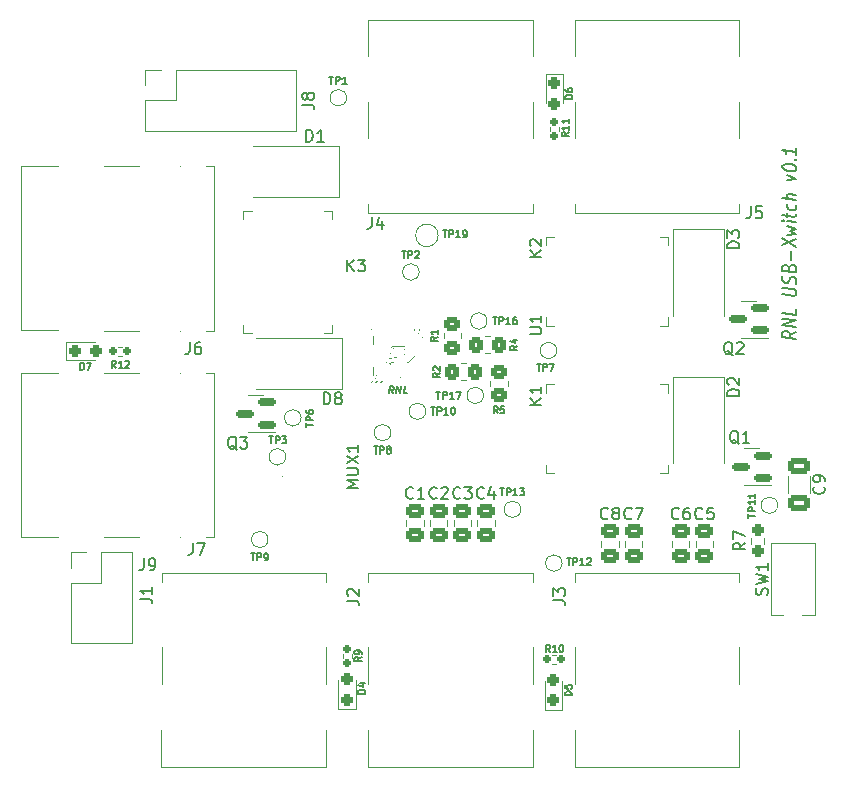
<source format=gto>
G04 #@! TF.GenerationSoftware,KiCad,Pcbnew,(6.0.2)*
G04 #@! TF.CreationDate,2022-07-10T22:32:38+10:00*
G04 #@! TF.ProjectId,usb_xwitch,7573625f-7877-4697-9463-682e6b696361,0.1*
G04 #@! TF.SameCoordinates,Original*
G04 #@! TF.FileFunction,Legend,Top*
G04 #@! TF.FilePolarity,Positive*
%FSLAX46Y46*%
G04 Gerber Fmt 4.6, Leading zero omitted, Abs format (unit mm)*
G04 Created by KiCad (PCBNEW (6.0.2)) date 2022-07-10 22:32:38*
%MOMM*%
%LPD*%
G01*
G04 APERTURE LIST*
G04 Aperture macros list*
%AMRoundRect*
0 Rectangle with rounded corners*
0 $1 Rounding radius*
0 $2 $3 $4 $5 $6 $7 $8 $9 X,Y pos of 4 corners*
0 Add a 4 corners polygon primitive as box body*
4,1,4,$2,$3,$4,$5,$6,$7,$8,$9,$2,$3,0*
0 Add four circle primitives for the rounded corners*
1,1,$1+$1,$2,$3*
1,1,$1+$1,$4,$5*
1,1,$1+$1,$6,$7*
1,1,$1+$1,$8,$9*
0 Add four rect primitives between the rounded corners*
20,1,$1+$1,$2,$3,$4,$5,0*
20,1,$1+$1,$4,$5,$6,$7,0*
20,1,$1+$1,$6,$7,$8,$9,0*
20,1,$1+$1,$8,$9,$2,$3,0*%
G04 Aperture macros list end*
%ADD10C,0.200000*%
%ADD11C,0.150000*%
%ADD12C,0.120000*%
%ADD13RoundRect,0.250000X-0.350000X-0.450000X0.350000X-0.450000X0.350000X0.450000X-0.350000X0.450000X0*%
%ADD14C,1.000000*%
%ADD15R,1.500000X2.000000*%
%ADD16C,1.200000*%
%ADD17C,3.500000*%
%ADD18R,3.500000X2.300000*%
%ADD19R,2.300000X3.500000*%
%ADD20RoundRect,0.160000X0.160000X-0.197500X0.160000X0.197500X-0.160000X0.197500X-0.160000X-0.197500X0*%
%ADD21RoundRect,0.150000X0.587500X0.150000X-0.587500X0.150000X-0.587500X-0.150000X0.587500X-0.150000X0*%
%ADD22RoundRect,0.237500X0.237500X-0.250000X0.237500X0.250000X-0.237500X0.250000X-0.237500X-0.250000X0*%
%ADD23RoundRect,0.250000X-0.475000X0.337500X-0.475000X-0.337500X0.475000X-0.337500X0.475000X0.337500X0*%
%ADD24R,1.700000X1.700000*%
%ADD25O,1.700000X1.700000*%
%ADD26RoundRect,0.160000X-0.160000X0.197500X-0.160000X-0.197500X0.160000X-0.197500X0.160000X0.197500X0*%
%ADD27RoundRect,0.250000X-0.650000X0.412500X-0.650000X-0.412500X0.650000X-0.412500X0.650000X0.412500X0*%
%ADD28R,0.800000X2.660000*%
%ADD29RoundRect,0.237500X0.237500X-0.287500X0.237500X0.287500X-0.237500X0.287500X-0.237500X-0.287500X0*%
%ADD30RoundRect,0.160000X0.197500X0.160000X-0.197500X0.160000X-0.197500X-0.160000X0.197500X-0.160000X0*%
%ADD31RoundRect,0.250000X0.450000X-0.350000X0.450000X0.350000X-0.450000X0.350000X-0.450000X-0.350000X0*%
%ADD32RoundRect,0.237500X-0.237500X0.287500X-0.237500X-0.287500X0.237500X-0.287500X0.237500X0.287500X0*%
%ADD33R,0.300000X3.050000*%
%ADD34R,3.000000X0.300000*%
%ADD35R,0.225000X0.725000*%
%ADD36C,1.500000*%
%ADD37RoundRect,0.237500X-0.287500X-0.237500X0.287500X-0.237500X0.287500X0.237500X-0.287500X0.237500X0*%
%ADD38RoundRect,0.250000X-0.450000X0.350000X-0.450000X-0.350000X0.450000X-0.350000X0.450000X0.350000X0*%
%ADD39R,2.660000X0.800000*%
%ADD40O,1.800000X1.800000*%
%ADD41O,1.500000X1.500000*%
G04 APERTURE END LIST*
D10*
X162292857Y-103089797D02*
X161721428Y-103351702D01*
X162292857Y-103661226D02*
X161092857Y-103511226D01*
X161092857Y-103130273D01*
X161150000Y-103042178D01*
X161207142Y-103001702D01*
X161321428Y-102968369D01*
X161492857Y-102989797D01*
X161607142Y-103051702D01*
X161664285Y-103106464D01*
X161721428Y-103208845D01*
X161721428Y-103589797D01*
X162292857Y-102661226D02*
X161092857Y-102511226D01*
X162292857Y-102089797D01*
X161092857Y-101939797D01*
X162292857Y-101137416D02*
X162292857Y-101613607D01*
X161092857Y-101463607D01*
X161092857Y-99892178D02*
X162064285Y-100013607D01*
X162178571Y-99980273D01*
X162235714Y-99939797D01*
X162292857Y-99851702D01*
X162292857Y-99661226D01*
X162235714Y-99558845D01*
X162178571Y-99504083D01*
X162064285Y-99442178D01*
X161092857Y-99320749D01*
X162235714Y-99035035D02*
X162292857Y-98899321D01*
X162292857Y-98661226D01*
X162235714Y-98558845D01*
X162178571Y-98504083D01*
X162064285Y-98442178D01*
X161950000Y-98427892D01*
X161835714Y-98461226D01*
X161778571Y-98501702D01*
X161721428Y-98589797D01*
X161664285Y-98773130D01*
X161607142Y-98861226D01*
X161550000Y-98901702D01*
X161435714Y-98935035D01*
X161321428Y-98920749D01*
X161207142Y-98858845D01*
X161150000Y-98804083D01*
X161092857Y-98701702D01*
X161092857Y-98463607D01*
X161150000Y-98327892D01*
X161664285Y-97630273D02*
X161721428Y-97494559D01*
X161778571Y-97454083D01*
X161892857Y-97420749D01*
X162064285Y-97442178D01*
X162178571Y-97504083D01*
X162235714Y-97558845D01*
X162292857Y-97661226D01*
X162292857Y-98042178D01*
X161092857Y-97892178D01*
X161092857Y-97558845D01*
X161150000Y-97470749D01*
X161207142Y-97430273D01*
X161321428Y-97396940D01*
X161435714Y-97411226D01*
X161550000Y-97473130D01*
X161607142Y-97527892D01*
X161664285Y-97630273D01*
X161664285Y-97963607D01*
X161835714Y-96985035D02*
X161835714Y-96223130D01*
X161092857Y-95749321D02*
X162292857Y-95232654D01*
X161092857Y-95082654D02*
X162292857Y-95899321D01*
X161492857Y-94846940D02*
X162292857Y-94756464D01*
X161721428Y-94494559D01*
X162292857Y-94375511D01*
X161492857Y-94085035D01*
X162292857Y-93804083D02*
X161492857Y-93704083D01*
X161092857Y-93654083D02*
X161150000Y-93708845D01*
X161207142Y-93668369D01*
X161150000Y-93613607D01*
X161092857Y-93654083D01*
X161207142Y-93668369D01*
X161492857Y-93370750D02*
X161492857Y-92989797D01*
X161092857Y-93177892D02*
X162121428Y-93306464D01*
X162235714Y-93273130D01*
X162292857Y-93185035D01*
X162292857Y-93089797D01*
X162235714Y-92320750D02*
X162292857Y-92423130D01*
X162292857Y-92613607D01*
X162235714Y-92701702D01*
X162178571Y-92742178D01*
X162064285Y-92775511D01*
X161721428Y-92732654D01*
X161607142Y-92670750D01*
X161550000Y-92615988D01*
X161492857Y-92513607D01*
X161492857Y-92323130D01*
X161550000Y-92235035D01*
X162292857Y-91899321D02*
X161092857Y-91749321D01*
X162292857Y-91470750D02*
X161664285Y-91392178D01*
X161550000Y-91425511D01*
X161492857Y-91513607D01*
X161492857Y-91656464D01*
X161550000Y-91758845D01*
X161607142Y-91813607D01*
X161492857Y-90227892D02*
X162292857Y-90089797D01*
X161492857Y-89751702D01*
X161092857Y-89130273D02*
X161092857Y-89035035D01*
X161150000Y-88946940D01*
X161207142Y-88906464D01*
X161321428Y-88873130D01*
X161550000Y-88854083D01*
X161835714Y-88889797D01*
X162064285Y-88965988D01*
X162178571Y-89027892D01*
X162235714Y-89082654D01*
X162292857Y-89185035D01*
X162292857Y-89280273D01*
X162235714Y-89368369D01*
X162178571Y-89408845D01*
X162064285Y-89442178D01*
X161835714Y-89461226D01*
X161550000Y-89425511D01*
X161321428Y-89349321D01*
X161207142Y-89287416D01*
X161150000Y-89232654D01*
X161092857Y-89130273D01*
X162178571Y-88504083D02*
X162235714Y-88463607D01*
X162292857Y-88518369D01*
X162235714Y-88558845D01*
X162178571Y-88504083D01*
X162292857Y-88518369D01*
X162292857Y-87518369D02*
X162292857Y-88089797D01*
X162292857Y-87804083D02*
X161092857Y-87654083D01*
X161264285Y-87770750D01*
X161378571Y-87880273D01*
X161435714Y-87982654D01*
D11*
X138671428Y-104250000D02*
X138385714Y-104450000D01*
X138671428Y-104592857D02*
X138071428Y-104592857D01*
X138071428Y-104364285D01*
X138100000Y-104307142D01*
X138128571Y-104278571D01*
X138185714Y-104250000D01*
X138271428Y-104250000D01*
X138328571Y-104278571D01*
X138357142Y-104307142D01*
X138385714Y-104364285D01*
X138385714Y-104592857D01*
X138271428Y-103735714D02*
X138671428Y-103735714D01*
X138042857Y-103878571D02*
X138471428Y-104021428D01*
X138471428Y-103650000D01*
X142857142Y-122221428D02*
X143200000Y-122221428D01*
X143028571Y-122821428D02*
X143028571Y-122221428D01*
X143400000Y-122821428D02*
X143400000Y-122221428D01*
X143628571Y-122221428D01*
X143685714Y-122250000D01*
X143714285Y-122278571D01*
X143742857Y-122335714D01*
X143742857Y-122421428D01*
X143714285Y-122478571D01*
X143685714Y-122507142D01*
X143628571Y-122535714D01*
X143400000Y-122535714D01*
X144314285Y-122821428D02*
X143971428Y-122821428D01*
X144142857Y-122821428D02*
X144142857Y-122221428D01*
X144085714Y-122307142D01*
X144028571Y-122364285D01*
X143971428Y-122392857D01*
X144542857Y-122278571D02*
X144571428Y-122250000D01*
X144628571Y-122221428D01*
X144771428Y-122221428D01*
X144828571Y-122250000D01*
X144857142Y-122278571D01*
X144885714Y-122335714D01*
X144885714Y-122392857D01*
X144857142Y-122478571D01*
X144514285Y-122821428D01*
X144885714Y-122821428D01*
X159804761Y-125333333D02*
X159852380Y-125190476D01*
X159852380Y-124952380D01*
X159804761Y-124857142D01*
X159757142Y-124809523D01*
X159661904Y-124761904D01*
X159566666Y-124761904D01*
X159471428Y-124809523D01*
X159423809Y-124857142D01*
X159376190Y-124952380D01*
X159328571Y-125142857D01*
X159280952Y-125238095D01*
X159233333Y-125285714D01*
X159138095Y-125333333D01*
X159042857Y-125333333D01*
X158947619Y-125285714D01*
X158900000Y-125238095D01*
X158852380Y-125142857D01*
X158852380Y-124904761D01*
X158900000Y-124761904D01*
X158852380Y-124428571D02*
X159852380Y-124190476D01*
X159138095Y-124000000D01*
X159852380Y-123809523D01*
X158852380Y-123571428D01*
X159852380Y-122666666D02*
X159852380Y-123238095D01*
X159852380Y-122952380D02*
X158852380Y-122952380D01*
X158995238Y-123047619D01*
X159090476Y-123142857D01*
X159138095Y-123238095D01*
X158416666Y-92452380D02*
X158416666Y-93166666D01*
X158369047Y-93309523D01*
X158273809Y-93404761D01*
X158130952Y-93452380D01*
X158035714Y-93452380D01*
X159369047Y-92452380D02*
X158892857Y-92452380D01*
X158845238Y-92928571D01*
X158892857Y-92880952D01*
X158988095Y-92833333D01*
X159226190Y-92833333D01*
X159321428Y-92880952D01*
X159369047Y-92928571D01*
X159416666Y-93023809D01*
X159416666Y-93261904D01*
X159369047Y-93357142D01*
X159321428Y-93404761D01*
X159226190Y-93452380D01*
X158988095Y-93452380D01*
X158892857Y-93404761D01*
X158845238Y-93357142D01*
X136607142Y-101821428D02*
X136950000Y-101821428D01*
X136778571Y-102421428D02*
X136778571Y-101821428D01*
X137150000Y-102421428D02*
X137150000Y-101821428D01*
X137378571Y-101821428D01*
X137435714Y-101850000D01*
X137464285Y-101878571D01*
X137492857Y-101935714D01*
X137492857Y-102021428D01*
X137464285Y-102078571D01*
X137435714Y-102107142D01*
X137378571Y-102135714D01*
X137150000Y-102135714D01*
X138064285Y-102421428D02*
X137721428Y-102421428D01*
X137892857Y-102421428D02*
X137892857Y-101821428D01*
X137835714Y-101907142D01*
X137778571Y-101964285D01*
X137721428Y-101992857D01*
X138578571Y-101821428D02*
X138464285Y-101821428D01*
X138407142Y-101850000D01*
X138378571Y-101878571D01*
X138321428Y-101964285D01*
X138292857Y-102078571D01*
X138292857Y-102307142D01*
X138321428Y-102364285D01*
X138350000Y-102392857D01*
X138407142Y-102421428D01*
X138521428Y-102421428D01*
X138578571Y-102392857D01*
X138607142Y-102364285D01*
X138635714Y-102307142D01*
X138635714Y-102164285D01*
X138607142Y-102107142D01*
X138578571Y-102078571D01*
X138521428Y-102050000D01*
X138407142Y-102050000D01*
X138350000Y-102078571D01*
X138321428Y-102107142D01*
X138292857Y-102164285D01*
X120761904Y-86952380D02*
X120761904Y-85952380D01*
X121000000Y-85952380D01*
X121142857Y-86000000D01*
X121238095Y-86095238D01*
X121285714Y-86190476D01*
X121333333Y-86380952D01*
X121333333Y-86523809D01*
X121285714Y-86714285D01*
X121238095Y-86809523D01*
X121142857Y-86904761D01*
X121000000Y-86952380D01*
X120761904Y-86952380D01*
X122285714Y-86952380D02*
X121714285Y-86952380D01*
X122000000Y-86952380D02*
X122000000Y-85952380D01*
X121904761Y-86095238D01*
X121809523Y-86190476D01*
X121714285Y-86238095D01*
X157452380Y-108488095D02*
X156452380Y-108488095D01*
X156452380Y-108250000D01*
X156500000Y-108107142D01*
X156595238Y-108011904D01*
X156690476Y-107964285D01*
X156880952Y-107916666D01*
X157023809Y-107916666D01*
X157214285Y-107964285D01*
X157309523Y-108011904D01*
X157404761Y-108107142D01*
X157452380Y-108250000D01*
X157452380Y-108488095D01*
X156547619Y-107535714D02*
X156500000Y-107488095D01*
X156452380Y-107392857D01*
X156452380Y-107154761D01*
X156500000Y-107059523D01*
X156547619Y-107011904D01*
X156642857Y-106964285D01*
X156738095Y-106964285D01*
X156880952Y-107011904D01*
X157452380Y-107583333D01*
X157452380Y-106964285D01*
X143021428Y-86185714D02*
X142735714Y-86385714D01*
X143021428Y-86528571D02*
X142421428Y-86528571D01*
X142421428Y-86300000D01*
X142450000Y-86242857D01*
X142478571Y-86214285D01*
X142535714Y-86185714D01*
X142621428Y-86185714D01*
X142678571Y-86214285D01*
X142707142Y-86242857D01*
X142735714Y-86300000D01*
X142735714Y-86528571D01*
X143021428Y-85614285D02*
X143021428Y-85957142D01*
X143021428Y-85785714D02*
X142421428Y-85785714D01*
X142507142Y-85842857D01*
X142564285Y-85900000D01*
X142592857Y-85957142D01*
X143021428Y-85042857D02*
X143021428Y-85385714D01*
X143021428Y-85214285D02*
X142421428Y-85214285D01*
X142507142Y-85271428D01*
X142564285Y-85328571D01*
X142592857Y-85385714D01*
X117642857Y-111921428D02*
X117985714Y-111921428D01*
X117814285Y-112521428D02*
X117814285Y-111921428D01*
X118185714Y-112521428D02*
X118185714Y-111921428D01*
X118414285Y-111921428D01*
X118471428Y-111950000D01*
X118500000Y-111978571D01*
X118528571Y-112035714D01*
X118528571Y-112121428D01*
X118500000Y-112178571D01*
X118471428Y-112207142D01*
X118414285Y-112235714D01*
X118185714Y-112235714D01*
X118728571Y-111921428D02*
X119100000Y-111921428D01*
X118900000Y-112150000D01*
X118985714Y-112150000D01*
X119042857Y-112178571D01*
X119071428Y-112207142D01*
X119100000Y-112264285D01*
X119100000Y-112407142D01*
X119071428Y-112464285D01*
X119042857Y-112492857D01*
X118985714Y-112521428D01*
X118814285Y-112521428D01*
X118757142Y-112492857D01*
X118728571Y-112464285D01*
X156904761Y-105047619D02*
X156809523Y-105000000D01*
X156714285Y-104904761D01*
X156571428Y-104761904D01*
X156476190Y-104714285D01*
X156380952Y-104714285D01*
X156428571Y-104952380D02*
X156333333Y-104904761D01*
X156238095Y-104809523D01*
X156190476Y-104619047D01*
X156190476Y-104285714D01*
X156238095Y-104095238D01*
X156333333Y-104000000D01*
X156428571Y-103952380D01*
X156619047Y-103952380D01*
X156714285Y-104000000D01*
X156809523Y-104095238D01*
X156857142Y-104285714D01*
X156857142Y-104619047D01*
X156809523Y-104809523D01*
X156714285Y-104904761D01*
X156619047Y-104952380D01*
X156428571Y-104952380D01*
X157238095Y-104047619D02*
X157285714Y-104000000D01*
X157380952Y-103952380D01*
X157619047Y-103952380D01*
X157714285Y-104000000D01*
X157761904Y-104047619D01*
X157809523Y-104142857D01*
X157809523Y-104238095D01*
X157761904Y-104380952D01*
X157190476Y-104952380D01*
X157809523Y-104952380D01*
X158223428Y-118792857D02*
X158223428Y-118450000D01*
X158823428Y-118621428D02*
X158223428Y-118621428D01*
X158823428Y-118250000D02*
X158223428Y-118250000D01*
X158223428Y-118021428D01*
X158252000Y-117964285D01*
X158280571Y-117935714D01*
X158337714Y-117907142D01*
X158423428Y-117907142D01*
X158480571Y-117935714D01*
X158509142Y-117964285D01*
X158537714Y-118021428D01*
X158537714Y-118250000D01*
X158823428Y-117335714D02*
X158823428Y-117678571D01*
X158823428Y-117507142D02*
X158223428Y-117507142D01*
X158309142Y-117564285D01*
X158366285Y-117621428D01*
X158394857Y-117678571D01*
X158823428Y-116764285D02*
X158823428Y-117107142D01*
X158823428Y-116935714D02*
X158223428Y-116935714D01*
X158309142Y-116992857D01*
X158366285Y-117050000D01*
X158394857Y-117107142D01*
X157952380Y-120916666D02*
X157476190Y-121250000D01*
X157952380Y-121488095D02*
X156952380Y-121488095D01*
X156952380Y-121107142D01*
X157000000Y-121011904D01*
X157047619Y-120964285D01*
X157142857Y-120916666D01*
X157285714Y-120916666D01*
X157380952Y-120964285D01*
X157428571Y-121011904D01*
X157476190Y-121107142D01*
X157476190Y-121488095D01*
X156952380Y-120583333D02*
X156952380Y-119916666D01*
X157952380Y-120345238D01*
X129833333Y-117107142D02*
X129785714Y-117154761D01*
X129642857Y-117202380D01*
X129547619Y-117202380D01*
X129404761Y-117154761D01*
X129309523Y-117059523D01*
X129261904Y-116964285D01*
X129214285Y-116773809D01*
X129214285Y-116630952D01*
X129261904Y-116440476D01*
X129309523Y-116345238D01*
X129404761Y-116250000D01*
X129547619Y-116202380D01*
X129642857Y-116202380D01*
X129785714Y-116250000D01*
X129833333Y-116297619D01*
X130785714Y-117202380D02*
X130214285Y-117202380D01*
X130500000Y-117202380D02*
X130500000Y-116202380D01*
X130404761Y-116345238D01*
X130309523Y-116440476D01*
X130214285Y-116488095D01*
X154333333Y-118857142D02*
X154285714Y-118904761D01*
X154142857Y-118952380D01*
X154047619Y-118952380D01*
X153904761Y-118904761D01*
X153809523Y-118809523D01*
X153761904Y-118714285D01*
X153714285Y-118523809D01*
X153714285Y-118380952D01*
X153761904Y-118190476D01*
X153809523Y-118095238D01*
X153904761Y-118000000D01*
X154047619Y-117952380D01*
X154142857Y-117952380D01*
X154285714Y-118000000D01*
X154333333Y-118047619D01*
X155238095Y-117952380D02*
X154761904Y-117952380D01*
X154714285Y-118428571D01*
X154761904Y-118380952D01*
X154857142Y-118333333D01*
X155095238Y-118333333D01*
X155190476Y-118380952D01*
X155238095Y-118428571D01*
X155285714Y-118523809D01*
X155285714Y-118761904D01*
X155238095Y-118857142D01*
X155190476Y-118904761D01*
X155095238Y-118952380D01*
X154857142Y-118952380D01*
X154761904Y-118904761D01*
X154714285Y-118857142D01*
X152333333Y-118857142D02*
X152285714Y-118904761D01*
X152142857Y-118952380D01*
X152047619Y-118952380D01*
X151904761Y-118904761D01*
X151809523Y-118809523D01*
X151761904Y-118714285D01*
X151714285Y-118523809D01*
X151714285Y-118380952D01*
X151761904Y-118190476D01*
X151809523Y-118095238D01*
X151904761Y-118000000D01*
X152047619Y-117952380D01*
X152142857Y-117952380D01*
X152285714Y-118000000D01*
X152333333Y-118047619D01*
X153190476Y-117952380D02*
X153000000Y-117952380D01*
X152904761Y-118000000D01*
X152857142Y-118047619D01*
X152761904Y-118190476D01*
X152714285Y-118380952D01*
X152714285Y-118761904D01*
X152761904Y-118857142D01*
X152809523Y-118904761D01*
X152904761Y-118952380D01*
X153095238Y-118952380D01*
X153190476Y-118904761D01*
X153238095Y-118857142D01*
X153285714Y-118761904D01*
X153285714Y-118523809D01*
X153238095Y-118428571D01*
X153190476Y-118380952D01*
X153095238Y-118333333D01*
X152904761Y-118333333D01*
X152809523Y-118380952D01*
X152761904Y-118428571D01*
X152714285Y-118523809D01*
X120452380Y-83833333D02*
X121166666Y-83833333D01*
X121309523Y-83880952D01*
X121404761Y-83976190D01*
X121452380Y-84119047D01*
X121452380Y-84214285D01*
X120880952Y-83214285D02*
X120833333Y-83309523D01*
X120785714Y-83357142D01*
X120690476Y-83404761D01*
X120642857Y-83404761D01*
X120547619Y-83357142D01*
X120500000Y-83309523D01*
X120452380Y-83214285D01*
X120452380Y-83023809D01*
X120500000Y-82928571D01*
X120547619Y-82880952D01*
X120642857Y-82833333D01*
X120690476Y-82833333D01*
X120785714Y-82880952D01*
X120833333Y-82928571D01*
X120880952Y-83023809D01*
X120880952Y-83214285D01*
X120928571Y-83309523D01*
X120976190Y-83357142D01*
X121071428Y-83404761D01*
X121261904Y-83404761D01*
X121357142Y-83357142D01*
X121404761Y-83309523D01*
X121452380Y-83214285D01*
X121452380Y-83023809D01*
X121404761Y-82928571D01*
X121357142Y-82880952D01*
X121261904Y-82833333D01*
X121071428Y-82833333D01*
X120976190Y-82880952D01*
X120928571Y-82928571D01*
X120880952Y-83023809D01*
X122742857Y-81473428D02*
X123085714Y-81473428D01*
X122914285Y-82073428D02*
X122914285Y-81473428D01*
X123285714Y-82073428D02*
X123285714Y-81473428D01*
X123514285Y-81473428D01*
X123571428Y-81502000D01*
X123600000Y-81530571D01*
X123628571Y-81587714D01*
X123628571Y-81673428D01*
X123600000Y-81730571D01*
X123571428Y-81759142D01*
X123514285Y-81787714D01*
X123285714Y-81787714D01*
X124200000Y-82073428D02*
X123857142Y-82073428D01*
X124028571Y-82073428D02*
X124028571Y-81473428D01*
X123971428Y-81559142D01*
X123914285Y-81616285D01*
X123857142Y-81644857D01*
X125471428Y-130600000D02*
X125185714Y-130800000D01*
X125471428Y-130942857D02*
X124871428Y-130942857D01*
X124871428Y-130714285D01*
X124900000Y-130657142D01*
X124928571Y-130628571D01*
X124985714Y-130600000D01*
X125071428Y-130600000D01*
X125128571Y-130628571D01*
X125157142Y-130657142D01*
X125185714Y-130714285D01*
X125185714Y-130942857D01*
X125471428Y-130314285D02*
X125471428Y-130200000D01*
X125442857Y-130142857D01*
X125414285Y-130114285D01*
X125328571Y-130057142D01*
X125214285Y-130028571D01*
X124985714Y-130028571D01*
X124928571Y-130057142D01*
X124900000Y-130085714D01*
X124871428Y-130142857D01*
X124871428Y-130257142D01*
X124900000Y-130314285D01*
X124928571Y-130342857D01*
X124985714Y-130371428D01*
X125128571Y-130371428D01*
X125185714Y-130342857D01*
X125214285Y-130314285D01*
X125242857Y-130257142D01*
X125242857Y-130142857D01*
X125214285Y-130085714D01*
X125185714Y-130057142D01*
X125128571Y-130028571D01*
X124252380Y-125833333D02*
X124966666Y-125833333D01*
X125109523Y-125880952D01*
X125204761Y-125976190D01*
X125252380Y-126119047D01*
X125252380Y-126214285D01*
X124347619Y-125404761D02*
X124300000Y-125357142D01*
X124252380Y-125261904D01*
X124252380Y-125023809D01*
X124300000Y-124928571D01*
X124347619Y-124880952D01*
X124442857Y-124833333D01*
X124538095Y-124833333D01*
X124680952Y-124880952D01*
X125252380Y-125452380D01*
X125252380Y-124833333D01*
X122261904Y-109202380D02*
X122261904Y-108202380D01*
X122500000Y-108202380D01*
X122642857Y-108250000D01*
X122738095Y-108345238D01*
X122785714Y-108440476D01*
X122833333Y-108630952D01*
X122833333Y-108773809D01*
X122785714Y-108964285D01*
X122738095Y-109059523D01*
X122642857Y-109154761D01*
X122500000Y-109202380D01*
X122261904Y-109202380D01*
X123404761Y-108630952D02*
X123309523Y-108583333D01*
X123261904Y-108535714D01*
X123214285Y-108440476D01*
X123214285Y-108392857D01*
X123261904Y-108297619D01*
X123309523Y-108250000D01*
X123404761Y-108202380D01*
X123595238Y-108202380D01*
X123690476Y-108250000D01*
X123738095Y-108297619D01*
X123785714Y-108392857D01*
X123785714Y-108440476D01*
X123738095Y-108535714D01*
X123690476Y-108583333D01*
X123595238Y-108630952D01*
X123404761Y-108630952D01*
X123309523Y-108678571D01*
X123261904Y-108726190D01*
X123214285Y-108821428D01*
X123214285Y-109011904D01*
X123261904Y-109107142D01*
X123309523Y-109154761D01*
X123404761Y-109202380D01*
X123595238Y-109202380D01*
X123690476Y-109154761D01*
X123738095Y-109107142D01*
X123785714Y-109011904D01*
X123785714Y-108821428D01*
X123738095Y-108726190D01*
X123690476Y-108678571D01*
X123595238Y-108630952D01*
X128892857Y-96223428D02*
X129235714Y-96223428D01*
X129064285Y-96823428D02*
X129064285Y-96223428D01*
X129435714Y-96823428D02*
X129435714Y-96223428D01*
X129664285Y-96223428D01*
X129721428Y-96252000D01*
X129750000Y-96280571D01*
X129778571Y-96337714D01*
X129778571Y-96423428D01*
X129750000Y-96480571D01*
X129721428Y-96509142D01*
X129664285Y-96537714D01*
X129435714Y-96537714D01*
X130007142Y-96280571D02*
X130035714Y-96252000D01*
X130092857Y-96223428D01*
X130235714Y-96223428D01*
X130292857Y-96252000D01*
X130321428Y-96280571D01*
X130350000Y-96337714D01*
X130350000Y-96394857D01*
X130321428Y-96480571D01*
X129978571Y-96823428D01*
X130350000Y-96823428D01*
X164607142Y-116166666D02*
X164654761Y-116214285D01*
X164702380Y-116357142D01*
X164702380Y-116452380D01*
X164654761Y-116595238D01*
X164559523Y-116690476D01*
X164464285Y-116738095D01*
X164273809Y-116785714D01*
X164130952Y-116785714D01*
X163940476Y-116738095D01*
X163845238Y-116690476D01*
X163750000Y-116595238D01*
X163702380Y-116452380D01*
X163702380Y-116357142D01*
X163750000Y-116214285D01*
X163797619Y-116166666D01*
X164702380Y-115690476D02*
X164702380Y-115500000D01*
X164654761Y-115404761D01*
X164607142Y-115357142D01*
X164464285Y-115261904D01*
X164273809Y-115214285D01*
X163892857Y-115214285D01*
X163797619Y-115261904D01*
X163750000Y-115309523D01*
X163702380Y-115404761D01*
X163702380Y-115595238D01*
X163750000Y-115690476D01*
X163797619Y-115738095D01*
X163892857Y-115785714D01*
X164130952Y-115785714D01*
X164226190Y-115738095D01*
X164273809Y-115690476D01*
X164321428Y-115595238D01*
X164321428Y-115404761D01*
X164273809Y-115309523D01*
X164226190Y-115261904D01*
X164130952Y-115214285D01*
X132121428Y-106550000D02*
X131835714Y-106750000D01*
X132121428Y-106892857D02*
X131521428Y-106892857D01*
X131521428Y-106664285D01*
X131550000Y-106607142D01*
X131578571Y-106578571D01*
X131635714Y-106550000D01*
X131721428Y-106550000D01*
X131778571Y-106578571D01*
X131807142Y-106607142D01*
X131835714Y-106664285D01*
X131835714Y-106892857D01*
X131578571Y-106321428D02*
X131550000Y-106292857D01*
X131521428Y-106235714D01*
X131521428Y-106092857D01*
X131550000Y-106035714D01*
X131578571Y-106007142D01*
X131635714Y-105978571D01*
X131692857Y-105978571D01*
X131778571Y-106007142D01*
X132121428Y-106350000D01*
X132121428Y-105978571D01*
X140702380Y-96738095D02*
X139702380Y-96738095D01*
X140702380Y-96166666D02*
X140130952Y-96595238D01*
X139702380Y-96166666D02*
X140273809Y-96738095D01*
X139797619Y-95785714D02*
X139750000Y-95738095D01*
X139702380Y-95642857D01*
X139702380Y-95404761D01*
X139750000Y-95309523D01*
X139797619Y-95261904D01*
X139892857Y-95214285D01*
X139988095Y-95214285D01*
X140130952Y-95261904D01*
X140702380Y-95833333D01*
X140702380Y-95214285D01*
X125771428Y-133692857D02*
X125171428Y-133692857D01*
X125171428Y-133550000D01*
X125200000Y-133464285D01*
X125257142Y-133407142D01*
X125314285Y-133378571D01*
X125428571Y-133350000D01*
X125514285Y-133350000D01*
X125628571Y-133378571D01*
X125685714Y-133407142D01*
X125742857Y-133464285D01*
X125771428Y-133550000D01*
X125771428Y-133692857D01*
X125371428Y-132835714D02*
X125771428Y-132835714D01*
X125142857Y-132978571D02*
X125571428Y-133121428D01*
X125571428Y-132750000D01*
X137207142Y-116323428D02*
X137550000Y-116323428D01*
X137378571Y-116923428D02*
X137378571Y-116323428D01*
X137750000Y-116923428D02*
X137750000Y-116323428D01*
X137978571Y-116323428D01*
X138035714Y-116352000D01*
X138064285Y-116380571D01*
X138092857Y-116437714D01*
X138092857Y-116523428D01*
X138064285Y-116580571D01*
X138035714Y-116609142D01*
X137978571Y-116637714D01*
X137750000Y-116637714D01*
X138664285Y-116923428D02*
X138321428Y-116923428D01*
X138492857Y-116923428D02*
X138492857Y-116323428D01*
X138435714Y-116409142D01*
X138378571Y-116466285D01*
X138321428Y-116494857D01*
X138864285Y-116323428D02*
X139235714Y-116323428D01*
X139035714Y-116552000D01*
X139121428Y-116552000D01*
X139178571Y-116580571D01*
X139207142Y-116609142D01*
X139235714Y-116666285D01*
X139235714Y-116809142D01*
X139207142Y-116866285D01*
X139178571Y-116894857D01*
X139121428Y-116923428D01*
X138950000Y-116923428D01*
X138892857Y-116894857D01*
X138864285Y-116866285D01*
X157404761Y-112547619D02*
X157309523Y-112500000D01*
X157214285Y-112404761D01*
X157071428Y-112261904D01*
X156976190Y-112214285D01*
X156880952Y-112214285D01*
X156928571Y-112452380D02*
X156833333Y-112404761D01*
X156738095Y-112309523D01*
X156690476Y-112119047D01*
X156690476Y-111785714D01*
X156738095Y-111595238D01*
X156833333Y-111500000D01*
X156928571Y-111452380D01*
X157119047Y-111452380D01*
X157214285Y-111500000D01*
X157309523Y-111595238D01*
X157357142Y-111785714D01*
X157357142Y-112119047D01*
X157309523Y-112309523D01*
X157214285Y-112404761D01*
X157119047Y-112452380D01*
X156928571Y-112452380D01*
X158309523Y-112452380D02*
X157738095Y-112452380D01*
X158023809Y-112452380D02*
X158023809Y-111452380D01*
X157928571Y-111595238D01*
X157833333Y-111690476D01*
X157738095Y-111738095D01*
X120769428Y-111107142D02*
X120769428Y-110764285D01*
X121369428Y-110935714D02*
X120769428Y-110935714D01*
X121369428Y-110564285D02*
X120769428Y-110564285D01*
X120769428Y-110335714D01*
X120798000Y-110278571D01*
X120826571Y-110250000D01*
X120883714Y-110221428D01*
X120969428Y-110221428D01*
X121026571Y-110250000D01*
X121055142Y-110278571D01*
X121083714Y-110335714D01*
X121083714Y-110564285D01*
X120769428Y-109707142D02*
X120769428Y-109821428D01*
X120798000Y-109878571D01*
X120826571Y-109907142D01*
X120912285Y-109964285D01*
X121026571Y-109992857D01*
X121255142Y-109992857D01*
X121312285Y-109964285D01*
X121340857Y-109935714D01*
X121369428Y-109878571D01*
X121369428Y-109764285D01*
X121340857Y-109707142D01*
X121312285Y-109678571D01*
X121255142Y-109650000D01*
X121112285Y-109650000D01*
X121055142Y-109678571D01*
X121026571Y-109707142D01*
X120998000Y-109764285D01*
X120998000Y-109878571D01*
X121026571Y-109935714D01*
X121055142Y-109964285D01*
X121112285Y-109992857D01*
X141414285Y-130171428D02*
X141214285Y-129885714D01*
X141071428Y-130171428D02*
X141071428Y-129571428D01*
X141300000Y-129571428D01*
X141357142Y-129600000D01*
X141385714Y-129628571D01*
X141414285Y-129685714D01*
X141414285Y-129771428D01*
X141385714Y-129828571D01*
X141357142Y-129857142D01*
X141300000Y-129885714D01*
X141071428Y-129885714D01*
X141985714Y-130171428D02*
X141642857Y-130171428D01*
X141814285Y-130171428D02*
X141814285Y-129571428D01*
X141757142Y-129657142D01*
X141700000Y-129714285D01*
X141642857Y-129742857D01*
X142357142Y-129571428D02*
X142414285Y-129571428D01*
X142471428Y-129600000D01*
X142500000Y-129628571D01*
X142528571Y-129685714D01*
X142557142Y-129800000D01*
X142557142Y-129942857D01*
X142528571Y-130057142D01*
X142500000Y-130114285D01*
X142471428Y-130142857D01*
X142414285Y-130171428D01*
X142357142Y-130171428D01*
X142300000Y-130142857D01*
X142271428Y-130114285D01*
X142242857Y-130057142D01*
X142214285Y-129942857D01*
X142214285Y-129800000D01*
X142242857Y-129685714D01*
X142271428Y-129628571D01*
X142300000Y-129600000D01*
X142357142Y-129571428D01*
X135833333Y-117107142D02*
X135785714Y-117154761D01*
X135642857Y-117202380D01*
X135547619Y-117202380D01*
X135404761Y-117154761D01*
X135309523Y-117059523D01*
X135261904Y-116964285D01*
X135214285Y-116773809D01*
X135214285Y-116630952D01*
X135261904Y-116440476D01*
X135309523Y-116345238D01*
X135404761Y-116250000D01*
X135547619Y-116202380D01*
X135642857Y-116202380D01*
X135785714Y-116250000D01*
X135833333Y-116297619D01*
X136690476Y-116535714D02*
X136690476Y-117202380D01*
X136452380Y-116154761D02*
X136214285Y-116869047D01*
X136833333Y-116869047D01*
X137000000Y-109971428D02*
X136800000Y-109685714D01*
X136657142Y-109971428D02*
X136657142Y-109371428D01*
X136885714Y-109371428D01*
X136942857Y-109400000D01*
X136971428Y-109428571D01*
X137000000Y-109485714D01*
X137000000Y-109571428D01*
X136971428Y-109628571D01*
X136942857Y-109657142D01*
X136885714Y-109685714D01*
X136657142Y-109685714D01*
X137542857Y-109371428D02*
X137257142Y-109371428D01*
X137228571Y-109657142D01*
X137257142Y-109628571D01*
X137314285Y-109600000D01*
X137457142Y-109600000D01*
X137514285Y-109628571D01*
X137542857Y-109657142D01*
X137571428Y-109714285D01*
X137571428Y-109857142D01*
X137542857Y-109914285D01*
X137514285Y-109942857D01*
X137457142Y-109971428D01*
X137314285Y-109971428D01*
X137257142Y-109942857D01*
X137228571Y-109914285D01*
X116092857Y-121821428D02*
X116435714Y-121821428D01*
X116264285Y-122421428D02*
X116264285Y-121821428D01*
X116635714Y-122421428D02*
X116635714Y-121821428D01*
X116864285Y-121821428D01*
X116921428Y-121850000D01*
X116950000Y-121878571D01*
X116978571Y-121935714D01*
X116978571Y-122021428D01*
X116950000Y-122078571D01*
X116921428Y-122107142D01*
X116864285Y-122135714D01*
X116635714Y-122135714D01*
X117264285Y-122421428D02*
X117378571Y-122421428D01*
X117435714Y-122392857D01*
X117464285Y-122364285D01*
X117521428Y-122278571D01*
X117550000Y-122164285D01*
X117550000Y-121935714D01*
X117521428Y-121878571D01*
X117492857Y-121850000D01*
X117435714Y-121821428D01*
X117321428Y-121821428D01*
X117264285Y-121850000D01*
X117235714Y-121878571D01*
X117207142Y-121935714D01*
X117207142Y-122078571D01*
X117235714Y-122135714D01*
X117264285Y-122164285D01*
X117321428Y-122192857D01*
X117435714Y-122192857D01*
X117492857Y-122164285D01*
X117521428Y-122135714D01*
X117550000Y-122078571D01*
X143321428Y-83342857D02*
X142721428Y-83342857D01*
X142721428Y-83200000D01*
X142750000Y-83114285D01*
X142807142Y-83057142D01*
X142864285Y-83028571D01*
X142978571Y-83000000D01*
X143064285Y-83000000D01*
X143178571Y-83028571D01*
X143235714Y-83057142D01*
X143292857Y-83114285D01*
X143321428Y-83200000D01*
X143321428Y-83342857D01*
X142721428Y-82485714D02*
X142721428Y-82600000D01*
X142750000Y-82657142D01*
X142778571Y-82685714D01*
X142864285Y-82742857D01*
X142978571Y-82771428D01*
X143207142Y-82771428D01*
X143264285Y-82742857D01*
X143292857Y-82714285D01*
X143321428Y-82657142D01*
X143321428Y-82542857D01*
X143292857Y-82485714D01*
X143264285Y-82457142D01*
X143207142Y-82428571D01*
X143064285Y-82428571D01*
X143007142Y-82457142D01*
X142978571Y-82485714D01*
X142950000Y-82542857D01*
X142950000Y-82657142D01*
X142978571Y-82714285D01*
X143007142Y-82742857D01*
X143064285Y-82771428D01*
X131357142Y-109471428D02*
X131700000Y-109471428D01*
X131528571Y-110071428D02*
X131528571Y-109471428D01*
X131900000Y-110071428D02*
X131900000Y-109471428D01*
X132128571Y-109471428D01*
X132185714Y-109500000D01*
X132214285Y-109528571D01*
X132242857Y-109585714D01*
X132242857Y-109671428D01*
X132214285Y-109728571D01*
X132185714Y-109757142D01*
X132128571Y-109785714D01*
X131900000Y-109785714D01*
X132814285Y-110071428D02*
X132471428Y-110071428D01*
X132642857Y-110071428D02*
X132642857Y-109471428D01*
X132585714Y-109557142D01*
X132528571Y-109614285D01*
X132471428Y-109642857D01*
X133185714Y-109471428D02*
X133242857Y-109471428D01*
X133300000Y-109500000D01*
X133328571Y-109528571D01*
X133357142Y-109585714D01*
X133385714Y-109700000D01*
X133385714Y-109842857D01*
X133357142Y-109957142D01*
X133328571Y-110014285D01*
X133300000Y-110042857D01*
X133242857Y-110071428D01*
X133185714Y-110071428D01*
X133128571Y-110042857D01*
X133100000Y-110014285D01*
X133071428Y-109957142D01*
X133042857Y-109842857D01*
X133042857Y-109700000D01*
X133071428Y-109585714D01*
X133100000Y-109528571D01*
X133128571Y-109500000D01*
X133185714Y-109471428D01*
X148333333Y-118857142D02*
X148285714Y-118904761D01*
X148142857Y-118952380D01*
X148047619Y-118952380D01*
X147904761Y-118904761D01*
X147809523Y-118809523D01*
X147761904Y-118714285D01*
X147714285Y-118523809D01*
X147714285Y-118380952D01*
X147761904Y-118190476D01*
X147809523Y-118095238D01*
X147904761Y-118000000D01*
X148047619Y-117952380D01*
X148142857Y-117952380D01*
X148285714Y-118000000D01*
X148333333Y-118047619D01*
X148666666Y-117952380D02*
X149333333Y-117952380D01*
X148904761Y-118952380D01*
X111166666Y-120952380D02*
X111166666Y-121666666D01*
X111119047Y-121809523D01*
X111023809Y-121904761D01*
X110880952Y-121952380D01*
X110785714Y-121952380D01*
X111547619Y-120952380D02*
X112214285Y-120952380D01*
X111785714Y-121952380D01*
X157452380Y-95988095D02*
X156452380Y-95988095D01*
X156452380Y-95750000D01*
X156500000Y-95607142D01*
X156595238Y-95511904D01*
X156690476Y-95464285D01*
X156880952Y-95416666D01*
X157023809Y-95416666D01*
X157214285Y-95464285D01*
X157309523Y-95511904D01*
X157404761Y-95607142D01*
X157452380Y-95750000D01*
X157452380Y-95988095D01*
X156452380Y-95083333D02*
X156452380Y-94464285D01*
X156833333Y-94797619D01*
X156833333Y-94654761D01*
X156880952Y-94559523D01*
X156928571Y-94511904D01*
X157023809Y-94464285D01*
X157261904Y-94464285D01*
X157357142Y-94511904D01*
X157404761Y-94559523D01*
X157452380Y-94654761D01*
X157452380Y-94940476D01*
X157404761Y-95035714D01*
X157357142Y-95083333D01*
X107016666Y-122252380D02*
X107016666Y-122966666D01*
X106969047Y-123109523D01*
X106873809Y-123204761D01*
X106730952Y-123252380D01*
X106635714Y-123252380D01*
X107540476Y-123252380D02*
X107730952Y-123252380D01*
X107826190Y-123204761D01*
X107873809Y-123157142D01*
X107969047Y-123014285D01*
X108016666Y-122823809D01*
X108016666Y-122442857D01*
X107969047Y-122347619D01*
X107921428Y-122300000D01*
X107826190Y-122252380D01*
X107635714Y-122252380D01*
X107540476Y-122300000D01*
X107492857Y-122347619D01*
X107445238Y-122442857D01*
X107445238Y-122680952D01*
X107492857Y-122776190D01*
X107540476Y-122823809D01*
X107635714Y-122871428D01*
X107826190Y-122871428D01*
X107921428Y-122823809D01*
X107969047Y-122776190D01*
X108016666Y-122680952D01*
X131833333Y-117107142D02*
X131785714Y-117154761D01*
X131642857Y-117202380D01*
X131547619Y-117202380D01*
X131404761Y-117154761D01*
X131309523Y-117059523D01*
X131261904Y-116964285D01*
X131214285Y-116773809D01*
X131214285Y-116630952D01*
X131261904Y-116440476D01*
X131309523Y-116345238D01*
X131404761Y-116250000D01*
X131547619Y-116202380D01*
X131642857Y-116202380D01*
X131785714Y-116250000D01*
X131833333Y-116297619D01*
X132214285Y-116297619D02*
X132261904Y-116250000D01*
X132357142Y-116202380D01*
X132595238Y-116202380D01*
X132690476Y-116250000D01*
X132738095Y-116297619D01*
X132785714Y-116392857D01*
X132785714Y-116488095D01*
X132738095Y-116630952D01*
X132166666Y-117202380D01*
X132785714Y-117202380D01*
X125202380Y-116309523D02*
X124202380Y-116309523D01*
X124916666Y-115976190D01*
X124202380Y-115642857D01*
X125202380Y-115642857D01*
X124202380Y-115166666D02*
X125011904Y-115166666D01*
X125107142Y-115119047D01*
X125154761Y-115071428D01*
X125202380Y-114976190D01*
X125202380Y-114785714D01*
X125154761Y-114690476D01*
X125107142Y-114642857D01*
X125011904Y-114595238D01*
X124202380Y-114595238D01*
X124202380Y-114214285D02*
X125202380Y-113547619D01*
X124202380Y-113547619D02*
X125202380Y-114214285D01*
X125202380Y-112642857D02*
X125202380Y-113214285D01*
X125202380Y-112928571D02*
X124202380Y-112928571D01*
X124345238Y-113023809D01*
X124440476Y-113119047D01*
X124488095Y-113214285D01*
X126492857Y-112771428D02*
X126835714Y-112771428D01*
X126664285Y-113371428D02*
X126664285Y-112771428D01*
X127035714Y-113371428D02*
X127035714Y-112771428D01*
X127264285Y-112771428D01*
X127321428Y-112800000D01*
X127350000Y-112828571D01*
X127378571Y-112885714D01*
X127378571Y-112971428D01*
X127350000Y-113028571D01*
X127321428Y-113057142D01*
X127264285Y-113085714D01*
X127035714Y-113085714D01*
X127721428Y-113028571D02*
X127664285Y-113000000D01*
X127635714Y-112971428D01*
X127607142Y-112914285D01*
X127607142Y-112885714D01*
X127635714Y-112828571D01*
X127664285Y-112800000D01*
X127721428Y-112771428D01*
X127835714Y-112771428D01*
X127892857Y-112800000D01*
X127921428Y-112828571D01*
X127950000Y-112885714D01*
X127950000Y-112914285D01*
X127921428Y-112971428D01*
X127892857Y-113000000D01*
X127835714Y-113028571D01*
X127721428Y-113028571D01*
X127664285Y-113057142D01*
X127635714Y-113085714D01*
X127607142Y-113142857D01*
X127607142Y-113257142D01*
X127635714Y-113314285D01*
X127664285Y-113342857D01*
X127721428Y-113371428D01*
X127835714Y-113371428D01*
X127892857Y-113342857D01*
X127921428Y-113314285D01*
X127950000Y-113257142D01*
X127950000Y-113142857D01*
X127921428Y-113085714D01*
X127892857Y-113057142D01*
X127835714Y-113028571D01*
X140702380Y-109238095D02*
X139702380Y-109238095D01*
X140702380Y-108666666D02*
X140130952Y-109095238D01*
X139702380Y-108666666D02*
X140273809Y-109238095D01*
X140702380Y-107714285D02*
X140702380Y-108285714D01*
X140702380Y-108000000D02*
X139702380Y-108000000D01*
X139845238Y-108095238D01*
X139940476Y-108190476D01*
X139988095Y-108285714D01*
X131807142Y-108121428D02*
X132150000Y-108121428D01*
X131978571Y-108721428D02*
X131978571Y-108121428D01*
X132350000Y-108721428D02*
X132350000Y-108121428D01*
X132578571Y-108121428D01*
X132635714Y-108150000D01*
X132664285Y-108178571D01*
X132692857Y-108235714D01*
X132692857Y-108321428D01*
X132664285Y-108378571D01*
X132635714Y-108407142D01*
X132578571Y-108435714D01*
X132350000Y-108435714D01*
X133264285Y-108721428D02*
X132921428Y-108721428D01*
X133092857Y-108721428D02*
X133092857Y-108121428D01*
X133035714Y-108207142D01*
X132978571Y-108264285D01*
X132921428Y-108292857D01*
X133464285Y-108121428D02*
X133864285Y-108121428D01*
X133607142Y-108721428D01*
X132357142Y-94471428D02*
X132700000Y-94471428D01*
X132528571Y-95071428D02*
X132528571Y-94471428D01*
X132900000Y-95071428D02*
X132900000Y-94471428D01*
X133128571Y-94471428D01*
X133185714Y-94500000D01*
X133214285Y-94528571D01*
X133242857Y-94585714D01*
X133242857Y-94671428D01*
X133214285Y-94728571D01*
X133185714Y-94757142D01*
X133128571Y-94785714D01*
X132900000Y-94785714D01*
X133814285Y-95071428D02*
X133471428Y-95071428D01*
X133642857Y-95071428D02*
X133642857Y-94471428D01*
X133585714Y-94557142D01*
X133528571Y-94614285D01*
X133471428Y-94642857D01*
X134100000Y-95071428D02*
X134214285Y-95071428D01*
X134271428Y-95042857D01*
X134300000Y-95014285D01*
X134357142Y-94928571D01*
X134385714Y-94814285D01*
X134385714Y-94585714D01*
X134357142Y-94528571D01*
X134328571Y-94500000D01*
X134271428Y-94471428D01*
X134157142Y-94471428D01*
X134100000Y-94500000D01*
X134071428Y-94528571D01*
X134042857Y-94585714D01*
X134042857Y-94728571D01*
X134071428Y-94785714D01*
X134100000Y-94814285D01*
X134157142Y-94842857D01*
X134271428Y-94842857D01*
X134328571Y-94814285D01*
X134357142Y-94785714D01*
X134385714Y-94728571D01*
X101657142Y-106271428D02*
X101657142Y-105671428D01*
X101800000Y-105671428D01*
X101885714Y-105700000D01*
X101942857Y-105757142D01*
X101971428Y-105814285D01*
X102000000Y-105928571D01*
X102000000Y-106014285D01*
X101971428Y-106128571D01*
X101942857Y-106185714D01*
X101885714Y-106242857D01*
X101800000Y-106271428D01*
X101657142Y-106271428D01*
X102200000Y-105671428D02*
X102600000Y-105671428D01*
X102342857Y-106271428D01*
X141702380Y-125783333D02*
X142416666Y-125783333D01*
X142559523Y-125830952D01*
X142654761Y-125926190D01*
X142702380Y-126069047D01*
X142702380Y-126164285D01*
X141702380Y-125402380D02*
X141702380Y-124783333D01*
X142083333Y-125116666D01*
X142083333Y-124973809D01*
X142130952Y-124878571D01*
X142178571Y-124830952D01*
X142273809Y-124783333D01*
X142511904Y-124783333D01*
X142607142Y-124830952D01*
X142654761Y-124878571D01*
X142702380Y-124973809D01*
X142702380Y-125259523D01*
X142654761Y-125354761D01*
X142607142Y-125402380D01*
X140292857Y-105771428D02*
X140635714Y-105771428D01*
X140464285Y-106371428D02*
X140464285Y-105771428D01*
X140835714Y-106371428D02*
X140835714Y-105771428D01*
X141064285Y-105771428D01*
X141121428Y-105800000D01*
X141150000Y-105828571D01*
X141178571Y-105885714D01*
X141178571Y-105971428D01*
X141150000Y-106028571D01*
X141121428Y-106057142D01*
X141064285Y-106085714D01*
X140835714Y-106085714D01*
X141378571Y-105771428D02*
X141778571Y-105771428D01*
X141521428Y-106371428D01*
X104664285Y-106121428D02*
X104464285Y-105835714D01*
X104321428Y-106121428D02*
X104321428Y-105521428D01*
X104550000Y-105521428D01*
X104607142Y-105550000D01*
X104635714Y-105578571D01*
X104664285Y-105635714D01*
X104664285Y-105721428D01*
X104635714Y-105778571D01*
X104607142Y-105807142D01*
X104550000Y-105835714D01*
X104321428Y-105835714D01*
X105235714Y-106121428D02*
X104892857Y-106121428D01*
X105064285Y-106121428D02*
X105064285Y-105521428D01*
X105007142Y-105607142D01*
X104950000Y-105664285D01*
X104892857Y-105692857D01*
X105464285Y-105578571D02*
X105492857Y-105550000D01*
X105550000Y-105521428D01*
X105692857Y-105521428D01*
X105750000Y-105550000D01*
X105778571Y-105578571D01*
X105807142Y-105635714D01*
X105807142Y-105692857D01*
X105778571Y-105778571D01*
X105435714Y-106121428D01*
X105807142Y-106121428D01*
X143271428Y-133842857D02*
X142671428Y-133842857D01*
X142671428Y-133700000D01*
X142700000Y-133614285D01*
X142757142Y-133557142D01*
X142814285Y-133528571D01*
X142928571Y-133500000D01*
X143014285Y-133500000D01*
X143128571Y-133528571D01*
X143185714Y-133557142D01*
X143242857Y-133614285D01*
X143271428Y-133700000D01*
X143271428Y-133842857D01*
X142671428Y-132957142D02*
X142671428Y-133242857D01*
X142957142Y-133271428D01*
X142928571Y-133242857D01*
X142900000Y-133185714D01*
X142900000Y-133042857D01*
X142928571Y-132985714D01*
X142957142Y-132957142D01*
X143014285Y-132928571D01*
X143157142Y-132928571D01*
X143214285Y-132957142D01*
X143242857Y-132985714D01*
X143271428Y-133042857D01*
X143271428Y-133185714D01*
X143242857Y-133242857D01*
X143214285Y-133271428D01*
X146333333Y-118857142D02*
X146285714Y-118904761D01*
X146142857Y-118952380D01*
X146047619Y-118952380D01*
X145904761Y-118904761D01*
X145809523Y-118809523D01*
X145761904Y-118714285D01*
X145714285Y-118523809D01*
X145714285Y-118380952D01*
X145761904Y-118190476D01*
X145809523Y-118095238D01*
X145904761Y-118000000D01*
X146047619Y-117952380D01*
X146142857Y-117952380D01*
X146285714Y-118000000D01*
X146333333Y-118047619D01*
X146904761Y-118380952D02*
X146809523Y-118333333D01*
X146761904Y-118285714D01*
X146714285Y-118190476D01*
X146714285Y-118142857D01*
X146761904Y-118047619D01*
X146809523Y-118000000D01*
X146904761Y-117952380D01*
X147095238Y-117952380D01*
X147190476Y-118000000D01*
X147238095Y-118047619D01*
X147285714Y-118142857D01*
X147285714Y-118190476D01*
X147238095Y-118285714D01*
X147190476Y-118333333D01*
X147095238Y-118380952D01*
X146904761Y-118380952D01*
X146809523Y-118428571D01*
X146761904Y-118476190D01*
X146714285Y-118571428D01*
X146714285Y-118761904D01*
X146761904Y-118857142D01*
X146809523Y-118904761D01*
X146904761Y-118952380D01*
X147095238Y-118952380D01*
X147190476Y-118904761D01*
X147238095Y-118857142D01*
X147285714Y-118761904D01*
X147285714Y-118571428D01*
X147238095Y-118476190D01*
X147190476Y-118428571D01*
X147095238Y-118380952D01*
X114904761Y-113047619D02*
X114809523Y-113000000D01*
X114714285Y-112904761D01*
X114571428Y-112761904D01*
X114476190Y-112714285D01*
X114380952Y-112714285D01*
X114428571Y-112952380D02*
X114333333Y-112904761D01*
X114238095Y-112809523D01*
X114190476Y-112619047D01*
X114190476Y-112285714D01*
X114238095Y-112095238D01*
X114333333Y-112000000D01*
X114428571Y-111952380D01*
X114619047Y-111952380D01*
X114714285Y-112000000D01*
X114809523Y-112095238D01*
X114857142Y-112285714D01*
X114857142Y-112619047D01*
X114809523Y-112809523D01*
X114714285Y-112904761D01*
X114619047Y-112952380D01*
X114428571Y-112952380D01*
X115190476Y-111952380D02*
X115809523Y-111952380D01*
X115476190Y-112333333D01*
X115619047Y-112333333D01*
X115714285Y-112380952D01*
X115761904Y-112428571D01*
X115809523Y-112523809D01*
X115809523Y-112761904D01*
X115761904Y-112857142D01*
X115714285Y-112904761D01*
X115619047Y-112952380D01*
X115333333Y-112952380D01*
X115238095Y-112904761D01*
X115190476Y-112857142D01*
X128158172Y-108280794D02*
X127993887Y-107995080D01*
X127815315Y-108280794D02*
X127890315Y-107680794D01*
X128118887Y-107680794D01*
X128172458Y-107709366D01*
X128197458Y-107737937D01*
X128218887Y-107795080D01*
X128208172Y-107880794D01*
X128172458Y-107937937D01*
X128140315Y-107966508D01*
X128079601Y-107995080D01*
X127851030Y-107995080D01*
X128415315Y-108280794D02*
X128490315Y-107680794D01*
X128758172Y-108280794D01*
X128833172Y-107680794D01*
X129329601Y-108280794D02*
X129043887Y-108280794D01*
X129118887Y-107680794D01*
X126316666Y-93352380D02*
X126316666Y-94066666D01*
X126269047Y-94209523D01*
X126173809Y-94304761D01*
X126030952Y-94352380D01*
X125935714Y-94352380D01*
X127221428Y-93685714D02*
X127221428Y-94352380D01*
X126983333Y-93304761D02*
X126745238Y-94019047D01*
X127364285Y-94019047D01*
X110916666Y-103952380D02*
X110916666Y-104666666D01*
X110869047Y-104809523D01*
X110773809Y-104904761D01*
X110630952Y-104952380D01*
X110535714Y-104952380D01*
X111821428Y-103952380D02*
X111630952Y-103952380D01*
X111535714Y-104000000D01*
X111488095Y-104047619D01*
X111392857Y-104190476D01*
X111345238Y-104380952D01*
X111345238Y-104761904D01*
X111392857Y-104857142D01*
X111440476Y-104904761D01*
X111535714Y-104952380D01*
X111726190Y-104952380D01*
X111821428Y-104904761D01*
X111869047Y-104857142D01*
X111916666Y-104761904D01*
X111916666Y-104523809D01*
X111869047Y-104428571D01*
X111821428Y-104380952D01*
X111726190Y-104333333D01*
X111535714Y-104333333D01*
X111440476Y-104380952D01*
X111392857Y-104428571D01*
X111345238Y-104523809D01*
X131921428Y-103500000D02*
X131635714Y-103700000D01*
X131921428Y-103842857D02*
X131321428Y-103842857D01*
X131321428Y-103614285D01*
X131350000Y-103557142D01*
X131378571Y-103528571D01*
X131435714Y-103500000D01*
X131521428Y-103500000D01*
X131578571Y-103528571D01*
X131607142Y-103557142D01*
X131635714Y-103614285D01*
X131635714Y-103842857D01*
X131921428Y-102928571D02*
X131921428Y-103271428D01*
X131921428Y-103100000D02*
X131321428Y-103100000D01*
X131407142Y-103157142D01*
X131464285Y-103214285D01*
X131492857Y-103271428D01*
X124261904Y-97952380D02*
X124261904Y-96952380D01*
X124833333Y-97952380D02*
X124404761Y-97380952D01*
X124833333Y-96952380D02*
X124261904Y-97523809D01*
X125166666Y-96952380D02*
X125785714Y-96952380D01*
X125452380Y-97333333D01*
X125595238Y-97333333D01*
X125690476Y-97380952D01*
X125738095Y-97428571D01*
X125785714Y-97523809D01*
X125785714Y-97761904D01*
X125738095Y-97857142D01*
X125690476Y-97904761D01*
X125595238Y-97952380D01*
X125309523Y-97952380D01*
X125214285Y-97904761D01*
X125166666Y-97857142D01*
X106752380Y-125683333D02*
X107466666Y-125683333D01*
X107609523Y-125730952D01*
X107704761Y-125826190D01*
X107752380Y-125969047D01*
X107752380Y-126064285D01*
X107752380Y-124683333D02*
X107752380Y-125254761D01*
X107752380Y-124969047D02*
X106752380Y-124969047D01*
X106895238Y-125064285D01*
X106990476Y-125159523D01*
X107038095Y-125254761D01*
X133833333Y-117107142D02*
X133785714Y-117154761D01*
X133642857Y-117202380D01*
X133547619Y-117202380D01*
X133404761Y-117154761D01*
X133309523Y-117059523D01*
X133261904Y-116964285D01*
X133214285Y-116773809D01*
X133214285Y-116630952D01*
X133261904Y-116440476D01*
X133309523Y-116345238D01*
X133404761Y-116250000D01*
X133547619Y-116202380D01*
X133642857Y-116202380D01*
X133785714Y-116250000D01*
X133833333Y-116297619D01*
X134166666Y-116202380D02*
X134785714Y-116202380D01*
X134452380Y-116583333D01*
X134595238Y-116583333D01*
X134690476Y-116630952D01*
X134738095Y-116678571D01*
X134785714Y-116773809D01*
X134785714Y-117011904D01*
X134738095Y-117107142D01*
X134690476Y-117154761D01*
X134595238Y-117202380D01*
X134309523Y-117202380D01*
X134214285Y-117154761D01*
X134166666Y-117107142D01*
X139702380Y-103261904D02*
X140511904Y-103261904D01*
X140607142Y-103214285D01*
X140654761Y-103166666D01*
X140702380Y-103071428D01*
X140702380Y-102880952D01*
X140654761Y-102785714D01*
X140607142Y-102738095D01*
X140511904Y-102690476D01*
X139702380Y-102690476D01*
X140702380Y-101690476D02*
X140702380Y-102261904D01*
X140702380Y-101976190D02*
X139702380Y-101976190D01*
X139845238Y-102071428D01*
X139940476Y-102166666D01*
X139988095Y-102261904D01*
D12*
X135922936Y-104885000D02*
X136377064Y-104885000D01*
X135922936Y-103415000D02*
X136377064Y-103415000D01*
X142450000Y-122650000D02*
G75*
G03*
X142450000Y-122650000I-700000J0D01*
G01*
X160150000Y-127060000D02*
X160150000Y-120940000D01*
X163850000Y-120940000D02*
X163850000Y-127060000D01*
X160150000Y-120940000D02*
X163850000Y-120940000D01*
X163850000Y-127060000D02*
X160150000Y-127060000D01*
X143550000Y-76625000D02*
X143550000Y-79735000D01*
X143540000Y-83625000D02*
X143540000Y-90075000D01*
X157460000Y-92985000D02*
X143540000Y-92985000D01*
X157460000Y-83625000D02*
X157460000Y-90075000D01*
X143540000Y-92985000D02*
X143540000Y-92275000D01*
X157470000Y-76625000D02*
X157470000Y-79735000D01*
X157460000Y-92985000D02*
X157460000Y-92275000D01*
X157470000Y-76625000D02*
X143550000Y-76625000D01*
X136100000Y-102150000D02*
G75*
G03*
X136100000Y-102150000I-700000J0D01*
G01*
X123600000Y-91650000D02*
X116300000Y-91650000D01*
X123600000Y-87350000D02*
X116300000Y-87350000D01*
X123600000Y-91650000D02*
X123600000Y-87350000D01*
X151850000Y-106900000D02*
X151850000Y-114200000D01*
X156150000Y-106900000D02*
X151850000Y-106900000D01*
X156150000Y-106900000D02*
X156150000Y-114200000D01*
X142180000Y-86067621D02*
X142180000Y-85732379D01*
X141420000Y-86067621D02*
X141420000Y-85732379D01*
X119050000Y-113650000D02*
G75*
G03*
X119050000Y-113650000I-700000J0D01*
G01*
X158250000Y-103560000D02*
X157600000Y-103560000D01*
X158250000Y-103560000D02*
X159925000Y-103560000D01*
X158250000Y-100440000D02*
X157600000Y-100440000D01*
X158250000Y-100440000D02*
X158900000Y-100440000D01*
X160700000Y-117750000D02*
G75*
G03*
X160700000Y-117750000I-700000J0D01*
G01*
X159522500Y-121004724D02*
X159522500Y-120495276D01*
X158477500Y-121004724D02*
X158477500Y-120495276D01*
X129265000Y-118988748D02*
X129265000Y-119511252D01*
X130735000Y-118988748D02*
X130735000Y-119511252D01*
X155235000Y-120738748D02*
X155235000Y-121261252D01*
X153765000Y-120738748D02*
X153765000Y-121261252D01*
X153235000Y-120738748D02*
X153235000Y-121261252D01*
X151765000Y-120738748D02*
X151765000Y-121261252D01*
X107120000Y-80880000D02*
X108450000Y-80880000D01*
X107120000Y-83480000D02*
X109720000Y-83480000D01*
X109720000Y-80880000D02*
X119940000Y-80880000D01*
X107120000Y-86080000D02*
X107120000Y-83480000D01*
X107120000Y-82210000D02*
X107120000Y-80880000D01*
X109720000Y-83480000D02*
X109720000Y-80880000D01*
X107120000Y-86080000D02*
X119940000Y-86080000D01*
X119940000Y-86080000D02*
X119940000Y-80880000D01*
X124200000Y-83250000D02*
G75*
G03*
X124200000Y-83250000I-700000J0D01*
G01*
X124630000Y-130332379D02*
X124630000Y-130667621D01*
X123870000Y-130332379D02*
X123870000Y-130667621D01*
X126040000Y-123515000D02*
X126040000Y-124225000D01*
X139950000Y-139875000D02*
X139950000Y-136765000D01*
X126030000Y-139875000D02*
X126030000Y-136765000D01*
X139960000Y-123515000D02*
X139960000Y-124225000D01*
X126030000Y-139875000D02*
X139950000Y-139875000D01*
X126040000Y-132875000D02*
X126040000Y-126425000D01*
X126040000Y-123515000D02*
X139960000Y-123515000D01*
X139960000Y-132875000D02*
X139960000Y-126425000D01*
X123850000Y-103600000D02*
X116550000Y-103600000D01*
X123850000Y-107900000D02*
X116550000Y-107900000D01*
X123850000Y-107900000D02*
X123850000Y-103600000D01*
X130350000Y-98000000D02*
G75*
G03*
X130350000Y-98000000I-700000J0D01*
G01*
X161590000Y-115288748D02*
X161590000Y-116711252D01*
X163410000Y-115288748D02*
X163410000Y-116711252D01*
X133872936Y-107185000D02*
X134327064Y-107185000D01*
X133872936Y-105715000D02*
X134327064Y-105715000D01*
X141050000Y-95000000D02*
X141050000Y-95750000D01*
X151450000Y-95000000D02*
X150700000Y-95000000D01*
X141800000Y-102550000D02*
X141050000Y-102550000D01*
X151450000Y-95750000D02*
X151450000Y-95000000D01*
X151450000Y-102550000D02*
X150700000Y-102550000D01*
X141800000Y-95000000D02*
X141050000Y-95000000D01*
X141050000Y-101800000D02*
X141050000Y-102550000D01*
X151450000Y-101800000D02*
X151450000Y-102550000D01*
X124985000Y-135010000D02*
X124985000Y-132550000D01*
X123515000Y-135010000D02*
X124985000Y-135010000D01*
X123515000Y-132550000D02*
X123515000Y-135010000D01*
X138950000Y-118100000D02*
G75*
G03*
X138950000Y-118100000I-700000J0D01*
G01*
X158500000Y-116060000D02*
X157850000Y-116060000D01*
X158500000Y-112940000D02*
X159150000Y-112940000D01*
X158500000Y-112940000D02*
X157850000Y-112940000D01*
X158500000Y-116060000D02*
X160175000Y-116060000D01*
X120350000Y-110350000D02*
G75*
G03*
X120350000Y-110350000I-700000J0D01*
G01*
X141917621Y-130420000D02*
X141582379Y-130420000D01*
X141917621Y-131180000D02*
X141582379Y-131180000D01*
X135265000Y-118988748D02*
X135265000Y-119511252D01*
X136735000Y-118988748D02*
X136735000Y-119511252D01*
X137835000Y-107677064D02*
X137835000Y-107222936D01*
X136365000Y-107677064D02*
X136365000Y-107222936D01*
X117550000Y-120650000D02*
G75*
G03*
X117550000Y-120650000I-700000J0D01*
G01*
X141065000Y-81240000D02*
X141065000Y-83700000D01*
X142535000Y-83700000D02*
X142535000Y-81240000D01*
X142535000Y-81240000D02*
X141065000Y-81240000D01*
X130900000Y-109800000D02*
G75*
G03*
X130900000Y-109800000I-700000J0D01*
G01*
X149235000Y-120738748D02*
X149235000Y-121261252D01*
X147765000Y-120738748D02*
X147765000Y-121261252D01*
X103625000Y-120460000D02*
X110075000Y-120460000D01*
X112985000Y-106540000D02*
X112275000Y-106540000D01*
X103625000Y-106540000D02*
X110075000Y-106540000D01*
X96625000Y-120450000D02*
X99735000Y-120450000D01*
X112985000Y-106540000D02*
X112985000Y-120460000D01*
X96625000Y-106530000D02*
X99735000Y-106530000D01*
X96625000Y-106530000D02*
X96625000Y-120450000D01*
X112985000Y-120460000D02*
X112275000Y-120460000D01*
X156150000Y-94400000D02*
X156150000Y-101700000D01*
X156150000Y-94400000D02*
X151850000Y-94400000D01*
X151850000Y-94400000D02*
X151850000Y-101700000D01*
X103445000Y-121695000D02*
X106045000Y-121695000D01*
X100845000Y-124295000D02*
X100845000Y-129435000D01*
X106045000Y-121695000D02*
X106045000Y-129435000D01*
X103445000Y-124295000D02*
X103445000Y-121695000D01*
X100845000Y-129435000D02*
X106045000Y-129435000D01*
X100845000Y-124295000D02*
X103445000Y-124295000D01*
X100845000Y-121695000D02*
X102175000Y-121695000D01*
X100845000Y-123025000D02*
X100845000Y-121695000D01*
X131265000Y-118988748D02*
X131265000Y-119511252D01*
X132735000Y-118988748D02*
X132735000Y-119511252D01*
X118750000Y-115250000D02*
X118775000Y-115250000D01*
X127950000Y-111600000D02*
G75*
G03*
X127950000Y-111600000I-700000J0D01*
G01*
X141800000Y-107500000D02*
X141050000Y-107500000D01*
X141800000Y-115050000D02*
X141050000Y-115050000D01*
X151450000Y-114300000D02*
X151450000Y-115050000D01*
X141050000Y-114300000D02*
X141050000Y-115050000D01*
X151450000Y-107500000D02*
X150700000Y-107500000D01*
X141050000Y-107500000D02*
X141050000Y-108250000D01*
X151450000Y-108250000D02*
X151450000Y-107500000D01*
X151450000Y-115050000D02*
X150700000Y-115050000D01*
X135800000Y-108450000D02*
G75*
G03*
X135800000Y-108450000I-700000J0D01*
G01*
X131950000Y-94900000D02*
G75*
G03*
X131950000Y-94900000I-950000J0D01*
G01*
X100440000Y-105435000D02*
X102900000Y-105435000D01*
X102900000Y-103965000D02*
X100440000Y-103965000D01*
X100440000Y-103965000D02*
X100440000Y-105435000D01*
X157460000Y-123515000D02*
X157460000Y-124225000D01*
X157450000Y-139875000D02*
X157450000Y-136765000D01*
X143540000Y-123515000D02*
X143540000Y-124225000D01*
X143530000Y-139875000D02*
X143530000Y-136765000D01*
X143540000Y-123515000D02*
X157460000Y-123515000D01*
X157460000Y-132875000D02*
X157460000Y-126425000D01*
X143530000Y-139875000D02*
X157450000Y-139875000D01*
X143540000Y-132875000D02*
X143540000Y-126425000D01*
X142000000Y-104650000D02*
G75*
G03*
X142000000Y-104650000I-700000J0D01*
G01*
X105217621Y-105080000D02*
X104882379Y-105080000D01*
X105217621Y-104320000D02*
X104882379Y-104320000D01*
X140965000Y-135060000D02*
X142435000Y-135060000D01*
X142435000Y-135060000D02*
X142435000Y-132600000D01*
X140965000Y-132600000D02*
X140965000Y-135060000D01*
X145765000Y-120738748D02*
X145765000Y-121261252D01*
X147235000Y-120738748D02*
X147235000Y-121261252D01*
X116500000Y-111560000D02*
X115850000Y-111560000D01*
X116500000Y-108440000D02*
X115850000Y-108440000D01*
X116500000Y-108440000D02*
X117150000Y-108440000D01*
X116500000Y-111560000D02*
X118175000Y-111560000D01*
G36*
X126152105Y-103565206D02*
G01*
X126195092Y-103555414D01*
X126234888Y-103537919D01*
X126270478Y-103513604D01*
X126300847Y-103483350D01*
X126324978Y-103448037D01*
X126341855Y-103408549D01*
X126344853Y-103398008D01*
X126349584Y-103371162D01*
X126351605Y-103340543D01*
X126350885Y-103309909D01*
X126347395Y-103283018D01*
X126345821Y-103276307D01*
X126330194Y-103234770D01*
X126307223Y-103197668D01*
X126277874Y-103165822D01*
X126243115Y-103140053D01*
X126203912Y-103121181D01*
X126161233Y-103110026D01*
X126147852Y-103108303D01*
X126116343Y-103105198D01*
X126116343Y-102739304D01*
X130856468Y-102739304D01*
X130856468Y-103223137D01*
X130825879Y-103226405D01*
X130782077Y-103235324D01*
X130741616Y-103251966D01*
X130705550Y-103275622D01*
X130674935Y-103305581D01*
X130650824Y-103341134D01*
X130648301Y-103345973D01*
X130630731Y-103390135D01*
X130622126Y-103434919D01*
X130622489Y-103479832D01*
X130631819Y-103524383D01*
X130647858Y-103563705D01*
X130670933Y-103599540D01*
X130700749Y-103630185D01*
X130736117Y-103654841D01*
X130775846Y-103672705D01*
X130818747Y-103682977D01*
X130826341Y-103683918D01*
X130856468Y-103687144D01*
X130856468Y-107479429D01*
X126116343Y-107479429D01*
X126116343Y-107470366D01*
X126125406Y-107470366D01*
X130847405Y-107470366D01*
X130847405Y-103696042D01*
X130825879Y-103693374D01*
X130781152Y-103683426D01*
X130739687Y-103665537D01*
X130702411Y-103640525D01*
X130670249Y-103609205D01*
X130644128Y-103572394D01*
X130624976Y-103530909D01*
X130618879Y-103510937D01*
X130612242Y-103468158D01*
X130613971Y-103425727D01*
X130623395Y-103384621D01*
X130639837Y-103345816D01*
X130662625Y-103310290D01*
X130691084Y-103279017D01*
X130724540Y-103252975D01*
X130762319Y-103233140D01*
X130803747Y-103220489D01*
X130821347Y-103217639D01*
X130847405Y-103214477D01*
X130847405Y-102748368D01*
X126125406Y-102748368D01*
X126125406Y-103096416D01*
X126152989Y-103099617D01*
X126194731Y-103108877D01*
X126234317Y-103126130D01*
X126270586Y-103150360D01*
X126302376Y-103180551D01*
X126328528Y-103215689D01*
X126347881Y-103254756D01*
X126354878Y-103276307D01*
X126359199Y-103301352D01*
X126360741Y-103331259D01*
X126359534Y-103362270D01*
X126355607Y-103390630D01*
X126353916Y-103398008D01*
X126339215Y-103437730D01*
X126316663Y-103474845D01*
X126287386Y-103508027D01*
X126252504Y-103535949D01*
X126222788Y-103552908D01*
X126196621Y-103563449D01*
X126167886Y-103571728D01*
X126140649Y-103576677D01*
X126128805Y-103577572D01*
X126128574Y-103582061D01*
X126128347Y-103595321D01*
X126128125Y-103617058D01*
X126127907Y-103646981D01*
X126127695Y-103684795D01*
X126127489Y-103730210D01*
X126127290Y-103782931D01*
X126127098Y-103842666D01*
X126126914Y-103909122D01*
X126126737Y-103982006D01*
X126126569Y-104061027D01*
X126126411Y-104145890D01*
X126126262Y-104236303D01*
X126126123Y-104331974D01*
X126125995Y-104432609D01*
X126125878Y-104537916D01*
X126125773Y-104647602D01*
X126125680Y-104761375D01*
X126125599Y-104878941D01*
X126125532Y-105000008D01*
X126125479Y-105124282D01*
X126125440Y-105251472D01*
X126125415Y-105381285D01*
X126125406Y-105513427D01*
X126125406Y-107470366D01*
X126116343Y-107470366D01*
X126116343Y-103569772D01*
X126152105Y-103565206D01*
G37*
G36*
X126776468Y-107227990D02*
G01*
X126791192Y-107214857D01*
X126795319Y-107212475D01*
X126809622Y-107209285D01*
X126823866Y-107213230D01*
X126836198Y-107222558D01*
X126844763Y-107235520D01*
X126847708Y-107250366D01*
X126845768Y-107260099D01*
X126835655Y-107276748D01*
X126821794Y-107286190D01*
X126805969Y-107287997D01*
X126789962Y-107281739D01*
X126782346Y-107275348D01*
X126771792Y-107259462D01*
X126770539Y-107248643D01*
X126777967Y-107248643D01*
X126781653Y-107263221D01*
X126791102Y-107273797D01*
X126803898Y-107279340D01*
X126817626Y-107278819D01*
X126829869Y-107271203D01*
X126830134Y-107270914D01*
X126836476Y-107258835D01*
X126838082Y-107244428D01*
X126834778Y-107231752D01*
X126831969Y-107228004D01*
X126818713Y-107220224D01*
X126804237Y-107219418D01*
X126790990Y-107224648D01*
X126781420Y-107234979D01*
X126777967Y-107248643D01*
X126770539Y-107248643D01*
X126769917Y-107243267D01*
X126776468Y-107227990D01*
G37*
G36*
X126405873Y-107219526D02*
G01*
X126419048Y-107211346D01*
X126433798Y-107209461D01*
X126443585Y-107212521D01*
X126460076Y-107224989D01*
X126468506Y-107239890D01*
X126468614Y-107255961D01*
X126460142Y-107271936D01*
X126456567Y-107275853D01*
X126441722Y-107286451D01*
X126426839Y-107288105D01*
X126411162Y-107280837D01*
X126406717Y-107277367D01*
X126396776Y-107266668D01*
X126393034Y-107254715D01*
X126392775Y-107248701D01*
X126393203Y-107246790D01*
X126402731Y-107246790D01*
X126402842Y-107260146D01*
X126406502Y-107268339D01*
X126411670Y-107272813D01*
X126427358Y-107279377D01*
X126442375Y-107277429D01*
X126451686Y-107270972D01*
X126459915Y-107257722D01*
X126460746Y-107243979D01*
X126455531Y-107231630D01*
X126445617Y-107222560D01*
X126432355Y-107218653D01*
X126417093Y-107221795D01*
X126416639Y-107222009D01*
X126408098Y-107227853D01*
X126403999Y-107236805D01*
X126402731Y-107246790D01*
X126393203Y-107246790D01*
X126396405Y-107232484D01*
X126405873Y-107219526D01*
G37*
G36*
X130620314Y-107265985D02*
G01*
X130621747Y-107263753D01*
X130638205Y-107246184D01*
X130658328Y-107236755D01*
X130676210Y-107234719D01*
X130697004Y-107238856D01*
X130714633Y-107250057D01*
X130727742Y-107266504D01*
X130734976Y-107286379D01*
X130734981Y-107307865D01*
X130733987Y-107312226D01*
X130728353Y-107324278D01*
X130718797Y-107337182D01*
X130707610Y-107348488D01*
X130697080Y-107355745D01*
X130692037Y-107357136D01*
X130683106Y-107357979D01*
X130677467Y-107358877D01*
X130665229Y-107359365D01*
X130658750Y-107358571D01*
X130647596Y-107353346D01*
X130634605Y-107343267D01*
X130622914Y-107331058D01*
X130616942Y-107322252D01*
X130612108Y-107304485D01*
X130612789Y-107293403D01*
X130620821Y-107293403D01*
X130623792Y-107316074D01*
X130633250Y-107332881D01*
X130650014Y-107344951D01*
X130661606Y-107349636D01*
X130674777Y-107350552D01*
X130690912Y-107347058D01*
X130705690Y-107340139D01*
X130706923Y-107339299D01*
X130719003Y-107325634D01*
X130725793Y-107307066D01*
X130726369Y-107286633D01*
X130724979Y-107279775D01*
X130715904Y-107261360D01*
X130700561Y-107249341D01*
X130679398Y-107244027D01*
X130672916Y-107243782D01*
X130658157Y-107244876D01*
X130647379Y-107249466D01*
X130636229Y-107259190D01*
X130626093Y-107271077D01*
X130621625Y-107282383D01*
X130620821Y-107293403D01*
X130612789Y-107293403D01*
X130613343Y-107284373D01*
X130620314Y-107265985D01*
G37*
G36*
X129845771Y-102958467D02*
G01*
X129847679Y-102954886D01*
X129858676Y-102941186D01*
X129872800Y-102932717D01*
X129887317Y-102930952D01*
X129890689Y-102931731D01*
X129901105Y-102938080D01*
X129911704Y-102948985D01*
X129919857Y-102961227D01*
X129922944Y-102971220D01*
X129919574Y-102980472D01*
X129911191Y-102991648D01*
X129900388Y-103002124D01*
X129889757Y-103009276D01*
X129883745Y-103010898D01*
X129872874Y-103008680D01*
X129865614Y-103005874D01*
X129856999Y-102998795D01*
X129848616Y-102987603D01*
X129847590Y-102985788D01*
X129842494Y-102975261D01*
X129842101Y-102970419D01*
X129850438Y-102970419D01*
X129854160Y-102981362D01*
X129863234Y-102992330D01*
X129874517Y-103000181D01*
X129882159Y-103002141D01*
X129891764Y-102999063D01*
X129902168Y-102991595D01*
X129902758Y-102991018D01*
X129910420Y-102980734D01*
X129913866Y-102970926D01*
X129913881Y-102970419D01*
X129910158Y-102959477D01*
X129901085Y-102948509D01*
X129889802Y-102940658D01*
X129882159Y-102938698D01*
X129871217Y-102942420D01*
X129860249Y-102951494D01*
X129852398Y-102962777D01*
X129850438Y-102970419D01*
X129842101Y-102970419D01*
X129841883Y-102967742D01*
X129845771Y-102958467D01*
G37*
G36*
X130082264Y-102873823D02*
G01*
X130094653Y-102857500D01*
X130109468Y-102849301D01*
X130125448Y-102849467D01*
X130141332Y-102858240D01*
X130145149Y-102861816D01*
X130155796Y-102876701D01*
X130157565Y-102891219D01*
X130150495Y-102906499D01*
X130146859Y-102911160D01*
X130136272Y-102921046D01*
X130124431Y-102924807D01*
X130117806Y-102925103D01*
X130103988Y-102923276D01*
X130093439Y-102916292D01*
X130088753Y-102911160D01*
X130079713Y-102898181D01*
X130077538Y-102887187D01*
X130078435Y-102884535D01*
X130087529Y-102884535D01*
X130089662Y-102899413D01*
X130092487Y-102904743D01*
X130102969Y-102913473D01*
X130117080Y-102916711D01*
X130131319Y-102914372D01*
X130142184Y-102906370D01*
X130142473Y-102905968D01*
X130148550Y-102890878D01*
X130147022Y-102876357D01*
X130138996Y-102864629D01*
X130125582Y-102857918D01*
X130118130Y-102857128D01*
X130103063Y-102860978D01*
X130092430Y-102870918D01*
X130087529Y-102884535D01*
X130078435Y-102884535D01*
X130081670Y-102874966D01*
X130082264Y-102873823D01*
G37*
G36*
X130321487Y-102952377D02*
G01*
X130330660Y-102942029D01*
X130341955Y-102933448D01*
X130351619Y-102930706D01*
X130359637Y-102931551D01*
X130374596Y-102938267D01*
X130386768Y-102950295D01*
X130393585Y-102964750D01*
X130394238Y-102970419D01*
X130390204Y-102985038D01*
X130379814Y-102998355D01*
X130365636Y-103007485D01*
X130359637Y-103009288D01*
X130348598Y-103009838D01*
X130338714Y-103005382D01*
X130331097Y-102999193D01*
X130318925Y-102983855D01*
X130316914Y-102973931D01*
X130324779Y-102973931D01*
X130329414Y-102987293D01*
X130336018Y-102994549D01*
X130349128Y-103000137D01*
X130363980Y-102999491D01*
X130376628Y-102993034D01*
X130379510Y-102989885D01*
X130383930Y-102979486D01*
X130385174Y-102970419D01*
X130381481Y-102954577D01*
X130370619Y-102944218D01*
X130360081Y-102940651D01*
X130345182Y-102941460D01*
X130333664Y-102948772D01*
X130326530Y-102960343D01*
X130324779Y-102973931D01*
X130316914Y-102973931D01*
X130315720Y-102968038D01*
X130321487Y-102952377D01*
G37*
G36*
X126964040Y-107231936D02*
G01*
X126976589Y-107218159D01*
X126985462Y-107212521D01*
X126999272Y-107209759D01*
X127013397Y-107214110D01*
X127025681Y-107223970D01*
X127033968Y-107237731D01*
X127036272Y-107250383D01*
X127032272Y-107264822D01*
X127022102Y-107277877D01*
X127008506Y-107286791D01*
X126997752Y-107289099D01*
X126987442Y-107286251D01*
X126975507Y-107279217D01*
X126973176Y-107277367D01*
X126962026Y-107263164D01*
X126959677Y-107250647D01*
X126968297Y-107250647D01*
X126972291Y-107265794D01*
X126982934Y-107276258D01*
X126997752Y-107280036D01*
X127008574Y-107277475D01*
X127017137Y-107272981D01*
X127025492Y-107262265D01*
X127027139Y-107251456D01*
X127025570Y-107237060D01*
X127019667Y-107227836D01*
X127010043Y-107221551D01*
X126995549Y-107218194D01*
X126982432Y-107222478D01*
X126972700Y-107233005D01*
X126968360Y-107248377D01*
X126968297Y-107250647D01*
X126959677Y-107250647D01*
X126959083Y-107247479D01*
X126964040Y-107231936D01*
G37*
G36*
X128249922Y-105246072D02*
G01*
X128246253Y-105240911D01*
X128246227Y-105240407D01*
X128250599Y-105239226D01*
X128263081Y-105238203D01*
X128282717Y-105237372D01*
X128308555Y-105236765D01*
X128339642Y-105236413D01*
X128367449Y-105236337D01*
X128488671Y-105236421D01*
X128827121Y-105538826D01*
X128874352Y-105581057D01*
X128919631Y-105621604D01*
X128962506Y-105660056D01*
X129002523Y-105696005D01*
X129039229Y-105729042D01*
X129072171Y-105758757D01*
X129100896Y-105784741D01*
X129124949Y-105806585D01*
X129143878Y-105823879D01*
X129157230Y-105836216D01*
X129164551Y-105843184D01*
X129165863Y-105844630D01*
X129161558Y-105845369D01*
X129149149Y-105846044D01*
X129129597Y-105846639D01*
X129103863Y-105847134D01*
X129072906Y-105847515D01*
X129037687Y-105847762D01*
X128999167Y-105847860D01*
X128986022Y-105847856D01*
X128937651Y-105847737D01*
X128897725Y-105847470D01*
X128865625Y-105847034D01*
X128840734Y-105846411D01*
X128822435Y-105845583D01*
X128810109Y-105844529D01*
X128803138Y-105843232D01*
X128801133Y-105842192D01*
X128794909Y-105835223D01*
X128783342Y-105822499D01*
X128766966Y-105804595D01*
X128746314Y-105782089D01*
X128721918Y-105755557D01*
X128694313Y-105725575D01*
X128664030Y-105692720D01*
X128631603Y-105657568D01*
X128597565Y-105620695D01*
X128562449Y-105582680D01*
X128526788Y-105544097D01*
X128491116Y-105505523D01*
X128455965Y-105467535D01*
X128421868Y-105430709D01*
X128389359Y-105395623D01*
X128358970Y-105362851D01*
X128331235Y-105332971D01*
X128306686Y-105306560D01*
X128285857Y-105284193D01*
X128269281Y-105266448D01*
X128257490Y-105253900D01*
X128254066Y-105250316D01*
X128267562Y-105250316D01*
X128268550Y-105252711D01*
X128269466Y-105254051D01*
X128273415Y-105258637D01*
X128283053Y-105269386D01*
X128297923Y-105285798D01*
X128317568Y-105307373D01*
X128341531Y-105333613D01*
X128369355Y-105364018D01*
X128400584Y-105398089D01*
X128434760Y-105435326D01*
X128471427Y-105475230D01*
X128510128Y-105517301D01*
X128540785Y-105550599D01*
X128805888Y-105838413D01*
X128977966Y-105838689D01*
X129021926Y-105838750D01*
X129057627Y-105838751D01*
X129085874Y-105838648D01*
X129107471Y-105838400D01*
X129123222Y-105837965D01*
X129133932Y-105837301D01*
X129140405Y-105836365D01*
X129143446Y-105835115D01*
X129143858Y-105833509D01*
X129142447Y-105831505D01*
X129141106Y-105830139D01*
X129136503Y-105825902D01*
X129125626Y-105816055D01*
X129108953Y-105801029D01*
X129086967Y-105781255D01*
X129060148Y-105757166D01*
X129028976Y-105729191D01*
X128993932Y-105697763D01*
X128955498Y-105663313D01*
X128914153Y-105626272D01*
X128870378Y-105587072D01*
X128824655Y-105546144D01*
X128810420Y-105533405D01*
X128488671Y-105245497D01*
X128375960Y-105245407D01*
X128341196Y-105245400D01*
X128314507Y-105245495D01*
X128294903Y-105245773D01*
X128281396Y-105246314D01*
X128272996Y-105247198D01*
X128268714Y-105248505D01*
X128267562Y-105250316D01*
X128254066Y-105250316D01*
X128251019Y-105247126D01*
X128249922Y-105246072D01*
G37*
G36*
X126727837Y-107314428D02*
G01*
X126736949Y-107303198D01*
X126749468Y-107296005D01*
X126764022Y-107294213D01*
X126779234Y-107299190D01*
X126787915Y-107305808D01*
X126798306Y-107320563D01*
X126799688Y-107336220D01*
X126792058Y-107352677D01*
X126788893Y-107356726D01*
X126774482Y-107368083D01*
X126758551Y-107371070D01*
X126742877Y-107365623D01*
X126734699Y-107358678D01*
X126725338Y-107343534D01*
X126723969Y-107332150D01*
X126732650Y-107332150D01*
X126735961Y-107348332D01*
X126745773Y-107358211D01*
X126761906Y-107361605D01*
X126762172Y-107361606D01*
X126776619Y-107358654D01*
X126784507Y-107351534D01*
X126791057Y-107336091D01*
X126790040Y-107321555D01*
X126782417Y-107309987D01*
X126769150Y-107303448D01*
X126761727Y-107302694D01*
X126745730Y-107306069D01*
X126735948Y-107316011D01*
X126732650Y-107332150D01*
X126723969Y-107332150D01*
X126723509Y-107328328D01*
X126727837Y-107314428D01*
G37*
G36*
X129757880Y-102948458D02*
G01*
X129768525Y-102937685D01*
X129778464Y-102931731D01*
X129792652Y-102931590D01*
X129807131Y-102938520D01*
X129819167Y-102951049D01*
X129821475Y-102954886D01*
X129826631Y-102965518D01*
X129827283Y-102973053D01*
X129823449Y-102982249D01*
X129821586Y-102985747D01*
X129809733Y-103000507D01*
X129794413Y-103009437D01*
X129784062Y-103011204D01*
X129776871Y-103008185D01*
X129766698Y-103000535D01*
X129761617Y-102995797D01*
X129752425Y-102984782D01*
X129746914Y-102974660D01*
X129746209Y-102971220D01*
X129746465Y-102970419D01*
X129755273Y-102970419D01*
X129758995Y-102981362D01*
X129768069Y-102992330D01*
X129779352Y-103000181D01*
X129786994Y-103002141D01*
X129796599Y-102999063D01*
X129807003Y-102991595D01*
X129807593Y-102991018D01*
X129815255Y-102980734D01*
X129818701Y-102970926D01*
X129818716Y-102970419D01*
X129814993Y-102959477D01*
X129805920Y-102948509D01*
X129794637Y-102940658D01*
X129786994Y-102938698D01*
X129776052Y-102942420D01*
X129765084Y-102951494D01*
X129757233Y-102962777D01*
X129755273Y-102970419D01*
X129746465Y-102970419D01*
X129749565Y-102960709D01*
X129757880Y-102948458D01*
G37*
G36*
X126722610Y-103500133D02*
G01*
X126741809Y-103456889D01*
X126767579Y-103419605D01*
X126800228Y-103387962D01*
X126840064Y-103361639D01*
X126869190Y-103347557D01*
X126898056Y-103335219D01*
X130070223Y-103335219D01*
X130099227Y-103345906D01*
X130142117Y-103366253D01*
X130179722Y-103393380D01*
X130211299Y-103426478D01*
X130236104Y-103464736D01*
X130253392Y-103507347D01*
X130255878Y-103516304D01*
X130256511Y-103519463D01*
X130257105Y-103524046D01*
X130257661Y-103530333D01*
X130258180Y-103538602D01*
X130258664Y-103549134D01*
X130259113Y-103562207D01*
X130259530Y-103578100D01*
X130259915Y-103597094D01*
X130260269Y-103619467D01*
X130260594Y-103645498D01*
X130260891Y-103675468D01*
X130261161Y-103709654D01*
X130261406Y-103748337D01*
X130261626Y-103791796D01*
X130261822Y-103840309D01*
X130261997Y-103894157D01*
X130262151Y-103953619D01*
X130262285Y-104018973D01*
X130262401Y-104090499D01*
X130262500Y-104168477D01*
X130262583Y-104253185D01*
X130262651Y-104344904D01*
X130262706Y-104443912D01*
X130262748Y-104550488D01*
X130262779Y-104664912D01*
X130262801Y-104787463D01*
X130262814Y-104918421D01*
X130262819Y-105058064D01*
X130262819Y-105109367D01*
X130262824Y-105252177D01*
X130262833Y-105386210D01*
X130262844Y-105511751D01*
X130262851Y-105629086D01*
X130262849Y-105738500D01*
X130262836Y-105840279D01*
X130262805Y-105934708D01*
X130262753Y-106022074D01*
X130262674Y-106102662D01*
X130262566Y-106176758D01*
X130262422Y-106244647D01*
X130262238Y-106306615D01*
X130262011Y-106362948D01*
X130261736Y-106413931D01*
X130261407Y-106459850D01*
X130261021Y-106500991D01*
X130260573Y-106537639D01*
X130260059Y-106570080D01*
X130259474Y-106598600D01*
X130258813Y-106623485D01*
X130258073Y-106645019D01*
X130257248Y-106663489D01*
X130256334Y-106679180D01*
X130255328Y-106692379D01*
X130254223Y-106703370D01*
X130253016Y-106712440D01*
X130251702Y-106719873D01*
X130250278Y-106725956D01*
X130248737Y-106730975D01*
X130247076Y-106735215D01*
X130245290Y-106738961D01*
X130243376Y-106742500D01*
X130241327Y-106746117D01*
X130239140Y-106750098D01*
X130236986Y-106754362D01*
X130225100Y-106773660D01*
X130207574Y-106795353D01*
X130186595Y-106817263D01*
X130164347Y-106837209D01*
X130143014Y-106853013D01*
X130131401Y-106859681D01*
X130126882Y-106862024D01*
X130122993Y-106864224D01*
X130119451Y-106866285D01*
X130115969Y-106868210D01*
X130112262Y-106870006D01*
X130108044Y-106871675D01*
X130103030Y-106873223D01*
X130096934Y-106874653D01*
X130089471Y-106875971D01*
X130080355Y-106877181D01*
X130069301Y-106878287D01*
X130056024Y-106879293D01*
X130040237Y-106880204D01*
X130021656Y-106881025D01*
X129999994Y-106881759D01*
X129974967Y-106882412D01*
X129946289Y-106882987D01*
X129913674Y-106883490D01*
X129876837Y-106883924D01*
X129835492Y-106884294D01*
X129789354Y-106884604D01*
X129738138Y-106884859D01*
X129681557Y-106885063D01*
X129619327Y-106885221D01*
X129551162Y-106885337D01*
X129476776Y-106885415D01*
X129395884Y-106885460D01*
X129308200Y-106885477D01*
X129213440Y-106885469D01*
X129111316Y-106885441D01*
X129001545Y-106885399D01*
X128883840Y-106885345D01*
X128757916Y-106885284D01*
X128623487Y-106885221D01*
X128486586Y-106885163D01*
X128367895Y-106885111D01*
X128251485Y-106885049D01*
X128137686Y-106884978D01*
X128026827Y-106884899D01*
X127919238Y-106884811D01*
X127815248Y-106884716D01*
X127715187Y-106884613D01*
X127619384Y-106884504D01*
X127528169Y-106884390D01*
X127441872Y-106884269D01*
X127360822Y-106884144D01*
X127285348Y-106884014D01*
X127215781Y-106883881D01*
X127152449Y-106883744D01*
X127095683Y-106883604D01*
X127045811Y-106883462D01*
X127003163Y-106883318D01*
X126968069Y-106883172D01*
X126940859Y-106883026D01*
X126921861Y-106882880D01*
X126911406Y-106882734D01*
X126909385Y-106882650D01*
X126867718Y-106871198D01*
X126828700Y-106851702D01*
X126793358Y-106825036D01*
X126762722Y-106792075D01*
X126737821Y-106753691D01*
X126725147Y-106726122D01*
X126712257Y-106693185D01*
X126721321Y-106693185D01*
X126731819Y-106720375D01*
X126753072Y-106764875D01*
X126779629Y-106802035D01*
X126811475Y-106831843D01*
X126848598Y-106854288D01*
X126890984Y-106869357D01*
X126902587Y-106872008D01*
X126908450Y-106872292D01*
X126923045Y-106872572D01*
X126946041Y-106872849D01*
X126977105Y-106873121D01*
X127015907Y-106873387D01*
X127062115Y-106873648D01*
X127115398Y-106873901D01*
X127175424Y-106874146D01*
X127241862Y-106874382D01*
X127314380Y-106874608D01*
X127392647Y-106874824D01*
X127476332Y-106875028D01*
X127565103Y-106875219D01*
X127658628Y-106875397D01*
X127756577Y-106875561D01*
X127858617Y-106875710D01*
X127964418Y-106875843D01*
X128073647Y-106875958D01*
X128185974Y-106876056D01*
X128301067Y-106876136D01*
X128418595Y-106876196D01*
X128486586Y-106876221D01*
X128629329Y-106876263D01*
X128763288Y-106876295D01*
X128888742Y-106876317D01*
X129005972Y-106876327D01*
X129115255Y-106876323D01*
X129216873Y-106876305D01*
X129311103Y-106876272D01*
X129398226Y-106876222D01*
X129478521Y-106876155D01*
X129552268Y-106876069D01*
X129619745Y-106875963D01*
X129681233Y-106875836D01*
X129737010Y-106875687D01*
X129787356Y-106875514D01*
X129832551Y-106875317D01*
X129872874Y-106875094D01*
X129908604Y-106874845D01*
X129940021Y-106874568D01*
X129967404Y-106874262D01*
X129991032Y-106873926D01*
X130011186Y-106873559D01*
X130028144Y-106873159D01*
X130042185Y-106872726D01*
X130053590Y-106872258D01*
X130062638Y-106871755D01*
X130069608Y-106871214D01*
X130074779Y-106870636D01*
X130078431Y-106870019D01*
X130079468Y-106869776D01*
X130118919Y-106856190D01*
X130153559Y-106836418D01*
X130185894Y-106809028D01*
X130186112Y-106808812D01*
X130212318Y-106778680D01*
X130231390Y-106746475D01*
X130244975Y-106709306D01*
X130246821Y-106702429D01*
X130247453Y-106699267D01*
X130248046Y-106694676D01*
X130248601Y-106688377D01*
X130249120Y-106680089D01*
X130249604Y-106669534D01*
X130250053Y-106656433D01*
X130250469Y-106640506D01*
X130250854Y-106621474D01*
X130251208Y-106599058D01*
X130251533Y-106572979D01*
X130251830Y-106542957D01*
X130252100Y-106508713D01*
X130252344Y-106469968D01*
X130252564Y-106426444D01*
X130252760Y-106377859D01*
X130252935Y-106323936D01*
X130253089Y-106264396D01*
X130253223Y-106198958D01*
X130253339Y-106127343D01*
X130253437Y-106049273D01*
X130253520Y-105964469D01*
X130253588Y-105872650D01*
X130253643Y-105773538D01*
X130253685Y-105666853D01*
X130253716Y-105552317D01*
X130253738Y-105429650D01*
X130253750Y-105298573D01*
X130253756Y-105158806D01*
X130253756Y-105109367D01*
X130253753Y-104966598D01*
X130253743Y-104832613D01*
X130253725Y-104707133D01*
X130253697Y-104589878D01*
X130253659Y-104480570D01*
X130253608Y-104378928D01*
X130253545Y-104284675D01*
X130253468Y-104197529D01*
X130253375Y-104117213D01*
X130253265Y-104043446D01*
X130253137Y-103975950D01*
X130252990Y-103914445D01*
X130252823Y-103858652D01*
X130252634Y-103808291D01*
X130252423Y-103763084D01*
X130252187Y-103722751D01*
X130251926Y-103687013D01*
X130251639Y-103655590D01*
X130251324Y-103628203D01*
X130250980Y-103604574D01*
X130250606Y-103584422D01*
X130250200Y-103567468D01*
X130249762Y-103553434D01*
X130249291Y-103542039D01*
X130248784Y-103533005D01*
X130248241Y-103526052D01*
X130247661Y-103520900D01*
X130247042Y-103517272D01*
X130246815Y-103516304D01*
X130231232Y-103472570D01*
X130208486Y-103434328D01*
X130178810Y-103401833D01*
X130142437Y-103375341D01*
X130099602Y-103355108D01*
X130099227Y-103354970D01*
X130070223Y-103344282D01*
X126902587Y-103344282D01*
X126875397Y-103354780D01*
X126832614Y-103374833D01*
X126797353Y-103399357D01*
X126768877Y-103429098D01*
X126746444Y-103464803D01*
X126731797Y-103499761D01*
X126721321Y-103530080D01*
X126721321Y-106693185D01*
X126712257Y-106693185D01*
X126712257Y-103530080D01*
X126722610Y-103500133D01*
G37*
G36*
X127745335Y-105806583D02*
G01*
X127750247Y-105778437D01*
X127756342Y-105743609D01*
X127763520Y-105702660D01*
X127771682Y-105656150D01*
X127780730Y-105604640D01*
X127790565Y-105548690D01*
X127801088Y-105488862D01*
X127812200Y-105425715D01*
X127823803Y-105359812D01*
X127835796Y-105291711D01*
X127848083Y-105221975D01*
X127860562Y-105151163D01*
X127873137Y-105079837D01*
X127885708Y-105008557D01*
X127898176Y-104937884D01*
X127910442Y-104868379D01*
X127922407Y-104800601D01*
X127933973Y-104735113D01*
X127945040Y-104672474D01*
X127955511Y-104613245D01*
X127965285Y-104557988D01*
X127974264Y-104507262D01*
X127982350Y-104461628D01*
X127989443Y-104421648D01*
X127995444Y-104387881D01*
X128000255Y-104360889D01*
X128003777Y-104341232D01*
X128005911Y-104329471D01*
X128006467Y-104326521D01*
X128011223Y-104302730D01*
X128197099Y-104302730D01*
X128194558Y-104315192D01*
X128193508Y-104320946D01*
X128190971Y-104335155D01*
X128187030Y-104357346D01*
X128181769Y-104387047D01*
X128175272Y-104423787D01*
X128167621Y-104467094D01*
X128158899Y-104516495D01*
X128149191Y-104571519D01*
X128138578Y-104631693D01*
X128127145Y-104696546D01*
X128114975Y-104765605D01*
X128102151Y-104838400D01*
X128088757Y-104914457D01*
X128074875Y-104993305D01*
X128060588Y-105074472D01*
X128060429Y-105075379D01*
X128046138Y-105156569D01*
X128032251Y-105235445D01*
X128018851Y-105311536D01*
X128006020Y-105384369D01*
X127993842Y-105453472D01*
X127982401Y-105518374D01*
X127971779Y-105578602D01*
X127962060Y-105633686D01*
X127953327Y-105683151D01*
X127945664Y-105726528D01*
X127939153Y-105763343D01*
X127933878Y-105793125D01*
X127929923Y-105815401D01*
X127927370Y-105829701D01*
X127926302Y-105835551D01*
X127926299Y-105835566D01*
X127923758Y-105848029D01*
X127831219Y-105848029D01*
X127803369Y-105847902D01*
X127778876Y-105847550D01*
X127759082Y-105847012D01*
X127745329Y-105846325D01*
X127738961Y-105845531D01*
X127738680Y-105845320D01*
X127739453Y-105840585D01*
X127740596Y-105833936D01*
X127749099Y-105833936D01*
X127750903Y-105835968D01*
X127755945Y-105837326D01*
X127765388Y-105838106D01*
X127780393Y-105838405D01*
X127802124Y-105838317D01*
X127831744Y-105837938D01*
X127832058Y-105837934D01*
X127917047Y-105836699D01*
X128051372Y-105075379D01*
X128185698Y-104314059D01*
X128104136Y-104312821D01*
X128077811Y-104312609D01*
X128054671Y-104312782D01*
X128036217Y-104313297D01*
X128023954Y-104314114D01*
X128019443Y-104315087D01*
X128018333Y-104319857D01*
X128015742Y-104333091D01*
X128011753Y-104354326D01*
X128006449Y-104383099D01*
X127999914Y-104418947D01*
X127992230Y-104461406D01*
X127983481Y-104510013D01*
X127973749Y-104564305D01*
X127963118Y-104623820D01*
X127951670Y-104688092D01*
X127939488Y-104756660D01*
X127926656Y-104829060D01*
X127913257Y-104904830D01*
X127899373Y-104983505D01*
X127885088Y-105064622D01*
X127883992Y-105070847D01*
X127869676Y-105152208D01*
X127855765Y-105231209D01*
X127842341Y-105307383D01*
X127829488Y-105380263D01*
X127817288Y-105449383D01*
X127805823Y-105514276D01*
X127795177Y-105574475D01*
X127785432Y-105629514D01*
X127776671Y-105678924D01*
X127768976Y-105722239D01*
X127762430Y-105758994D01*
X127757116Y-105788720D01*
X127753116Y-105810950D01*
X127750513Y-105825219D01*
X127749390Y-105831058D01*
X127749370Y-105831136D01*
X127749099Y-105833936D01*
X127740596Y-105833936D01*
X127741704Y-105827485D01*
X127745335Y-105806583D01*
G37*
G36*
X130226157Y-102952704D02*
G01*
X130235977Y-102941366D01*
X130251812Y-102931723D01*
X130266517Y-102930943D01*
X130281031Y-102939063D01*
X130285630Y-102943386D01*
X130296495Y-102959335D01*
X130298383Y-102975508D01*
X130291268Y-102991473D01*
X130288820Y-102994537D01*
X130273961Y-103006490D01*
X130258017Y-103009620D01*
X130241821Y-103003841D01*
X130236454Y-102999874D01*
X130224620Y-102985067D01*
X130221541Y-102970468D01*
X130230546Y-102970468D01*
X130233265Y-102984702D01*
X130241294Y-102995323D01*
X130254515Y-103000128D01*
X130269360Y-102999093D01*
X130281738Y-102992734D01*
X130284345Y-102989885D01*
X130289506Y-102976197D01*
X130288273Y-102960740D01*
X130280989Y-102947804D01*
X130280946Y-102947761D01*
X130267371Y-102939854D01*
X130251998Y-102940372D01*
X130241169Y-102945752D01*
X130233178Y-102956275D01*
X130230546Y-102970468D01*
X130221541Y-102970468D01*
X130221183Y-102968769D01*
X130226157Y-102952704D01*
G37*
G36*
X130411066Y-102961257D02*
G01*
X130419106Y-102949940D01*
X130429468Y-102939154D01*
X130439662Y-102931585D01*
X130445604Y-102929634D01*
X130463143Y-102933931D01*
X130477570Y-102946217D01*
X130482663Y-102954076D01*
X130488027Y-102964984D01*
X130488988Y-102972518D01*
X130485625Y-102981183D01*
X130483209Y-102985747D01*
X130471357Y-103000507D01*
X130456036Y-103009437D01*
X130445686Y-103011204D01*
X130438495Y-103008185D01*
X130428322Y-103000535D01*
X130423240Y-102995797D01*
X130414026Y-102984590D01*
X130408520Y-102974047D01*
X130408245Y-102972593D01*
X130416896Y-102972593D01*
X130420543Y-102982016D01*
X130429375Y-102992027D01*
X130440234Y-102999683D01*
X130448618Y-103002141D01*
X130458223Y-102999063D01*
X130468626Y-102991595D01*
X130469216Y-102991018D01*
X130478066Y-102979636D01*
X130479684Y-102968440D01*
X130475182Y-102954994D01*
X130466350Y-102944409D01*
X130454139Y-102940224D01*
X130440820Y-102941756D01*
X130428663Y-102948318D01*
X130419938Y-102959224D01*
X130416896Y-102972593D01*
X130408245Y-102972593D01*
X130407833Y-102970419D01*
X130411066Y-102961257D01*
G37*
G36*
X127297837Y-107311233D02*
G01*
X127302755Y-107305808D01*
X127317519Y-107296414D01*
X127332508Y-107294517D01*
X127346357Y-107298737D01*
X127357703Y-107307698D01*
X127365181Y-107320021D01*
X127367428Y-107334329D01*
X127363078Y-107349242D01*
X127355548Y-107359134D01*
X127340197Y-107368935D01*
X127323466Y-107370315D01*
X127307291Y-107363290D01*
X127301992Y-107358722D01*
X127291841Y-107343301D01*
X127291236Y-107336157D01*
X127299620Y-107336157D01*
X127303990Y-107349785D01*
X127306608Y-107353319D01*
X127317667Y-107359712D01*
X127332140Y-107361349D01*
X127345681Y-107358116D01*
X127350899Y-107354485D01*
X127356673Y-107343152D01*
X127357483Y-107328552D01*
X127353366Y-107314976D01*
X127350520Y-107310981D01*
X127339127Y-107304366D01*
X127324557Y-107303205D01*
X127310929Y-107307575D01*
X127307396Y-107310194D01*
X127300780Y-107321587D01*
X127299620Y-107336157D01*
X127291236Y-107336157D01*
X127290463Y-107327024D01*
X127297837Y-107311233D01*
G37*
G36*
X130510659Y-102952051D02*
G01*
X130523018Y-102938258D01*
X130538465Y-102931695D01*
X130554915Y-102933192D01*
X130556514Y-102933808D01*
X130568615Y-102942329D01*
X130578745Y-102955317D01*
X130584229Y-102969061D01*
X130584568Y-102972705D01*
X130581065Y-102981584D01*
X130572346Y-102992372D01*
X130561096Y-103002534D01*
X130549998Y-103009538D01*
X130543783Y-103011204D01*
X130534742Y-103008125D01*
X130523393Y-103000340D01*
X130518405Y-102995797D01*
X130507381Y-102982834D01*
X130503624Y-102971710D01*
X130503945Y-102970419D01*
X130512061Y-102970419D01*
X130515784Y-102981362D01*
X130524857Y-102992330D01*
X130536140Y-103000181D01*
X130543783Y-103002141D01*
X130553388Y-102999063D01*
X130563791Y-102991595D01*
X130564381Y-102991018D01*
X130572043Y-102980734D01*
X130575490Y-102970926D01*
X130575504Y-102970419D01*
X130571782Y-102959477D01*
X130562708Y-102948509D01*
X130551425Y-102940658D01*
X130543783Y-102938698D01*
X130532840Y-102942420D01*
X130521872Y-102951494D01*
X130514021Y-102962777D01*
X130512061Y-102970419D01*
X130503945Y-102970419D01*
X130506634Y-102959597D01*
X130510659Y-102952051D01*
G37*
G36*
X129714139Y-102861311D02*
G01*
X129729533Y-102850517D01*
X129745000Y-102848779D01*
X129760430Y-102856100D01*
X129765221Y-102860241D01*
X129774995Y-102874592D01*
X129777571Y-102890109D01*
X129773954Y-102904891D01*
X129765148Y-102917037D01*
X129752157Y-102924646D01*
X129735987Y-102925814D01*
X129731141Y-102924760D01*
X129714373Y-102916231D01*
X129704320Y-102903144D01*
X129701515Y-102887486D01*
X129702323Y-102884845D01*
X129710110Y-102884845D01*
X129710778Y-102899454D01*
X129713810Y-102906035D01*
X129723095Y-102913251D01*
X129736932Y-102916427D01*
X129751478Y-102914934D01*
X129756405Y-102913005D01*
X129765146Y-102906711D01*
X129768529Y-102897448D01*
X129768868Y-102890223D01*
X129765596Y-102872980D01*
X129756399Y-102861589D01*
X129742200Y-102857150D01*
X129740975Y-102857128D01*
X129726656Y-102861076D01*
X129715885Y-102871183D01*
X129710110Y-102884845D01*
X129702323Y-102884845D01*
X129706488Y-102871241D01*
X129714139Y-102861311D01*
G37*
G36*
X130464995Y-102866585D02*
G01*
X130471624Y-102859796D01*
X130488106Y-102850092D01*
X130503909Y-102849408D01*
X130519246Y-102857748D01*
X130522009Y-102860241D01*
X130531878Y-102874892D01*
X130534200Y-102890751D01*
X130529821Y-102905692D01*
X130519587Y-102917591D01*
X130504342Y-102924324D01*
X130496200Y-102925103D01*
X130479145Y-102921053D01*
X130469216Y-102913567D01*
X130459197Y-102898226D01*
X130458198Y-102886517D01*
X130466744Y-102886517D01*
X130470048Y-102902735D01*
X130479838Y-102912637D01*
X130495934Y-102916039D01*
X130496200Y-102916039D01*
X130508905Y-102913989D01*
X130518406Y-102909045D01*
X130518535Y-102908918D01*
X130524309Y-102897585D01*
X130525119Y-102882985D01*
X130521002Y-102869409D01*
X130518156Y-102865415D01*
X130506151Y-102857846D01*
X130492476Y-102857269D01*
X130479663Y-102862645D01*
X130470244Y-102872935D01*
X130466744Y-102886517D01*
X130458198Y-102886517D01*
X130457814Y-102882019D01*
X130464995Y-102866585D01*
G37*
G36*
X129950966Y-102942481D02*
G01*
X129965148Y-102933350D01*
X129971140Y-102931551D01*
X129981968Y-102930974D01*
X129991693Y-102935231D01*
X130000161Y-102942069D01*
X130012328Y-102957292D01*
X130015493Y-102972858D01*
X130009653Y-102988279D01*
X130000666Y-102998318D01*
X129986768Y-103008232D01*
X129974484Y-103010532D01*
X129961463Y-103005764D01*
X129946383Y-102993574D01*
X129937858Y-102978820D01*
X129936539Y-102970431D01*
X129936616Y-102970153D01*
X129945672Y-102970153D01*
X129947919Y-102983854D01*
X129955967Y-102993242D01*
X129961463Y-102996726D01*
X129976076Y-103001644D01*
X129989510Y-102998101D01*
X129995704Y-102993784D01*
X130004613Y-102981826D01*
X130006414Y-102968223D01*
X130002174Y-102955243D01*
X129992960Y-102945154D01*
X129979839Y-102940222D01*
X129970696Y-102940651D01*
X129955433Y-102947302D01*
X129947132Y-102959618D01*
X129945672Y-102970153D01*
X129936616Y-102970153D01*
X129940574Y-102955802D01*
X129950966Y-102942481D01*
G37*
G36*
X127018590Y-107306058D02*
G01*
X127031987Y-107296823D01*
X127044753Y-107293631D01*
X127060210Y-107297750D01*
X127073789Y-107308525D01*
X127082836Y-107323580D01*
X127084373Y-107329079D01*
X127084998Y-107339617D01*
X127080842Y-107348603D01*
X127073404Y-107356893D01*
X127057384Y-107368226D01*
X127041229Y-107370524D01*
X127025238Y-107363783D01*
X127017796Y-107357423D01*
X127008127Y-107344412D01*
X127004550Y-107332150D01*
X127013613Y-107332150D01*
X127017452Y-107346048D01*
X127027315Y-107355910D01*
X127040723Y-107360836D01*
X127055197Y-107359925D01*
X127068257Y-107352277D01*
X127068465Y-107352070D01*
X127074889Y-107339934D01*
X127074980Y-107325465D01*
X127069060Y-107312488D01*
X127064800Y-107308359D01*
X127051105Y-107302922D01*
X127036578Y-107304298D01*
X127023828Y-107311273D01*
X127015464Y-107322636D01*
X127013613Y-107332150D01*
X127004550Y-107332150D01*
X127008522Y-107318718D01*
X127018590Y-107306058D01*
G37*
G36*
X127112664Y-107306237D02*
G01*
X127124807Y-107296856D01*
X127136001Y-107293631D01*
X127151714Y-107295278D01*
X127162709Y-107301585D01*
X127172457Y-107314404D01*
X127178959Y-107330314D01*
X127177021Y-107344543D01*
X127166394Y-107358478D01*
X127164213Y-107360473D01*
X127148219Y-107369547D01*
X127131741Y-107369962D01*
X127116444Y-107361837D01*
X127111447Y-107356726D01*
X127103806Y-107345064D01*
X127099862Y-107334001D01*
X127099715Y-107332150D01*
X127100900Y-107327908D01*
X127109481Y-107327908D01*
X127110680Y-107341947D01*
X127117928Y-107353315D01*
X127129723Y-107360446D01*
X127144565Y-107361773D01*
X127158403Y-107357194D01*
X127166793Y-107348157D01*
X127169859Y-107335021D01*
X127167699Y-107320948D01*
X127160411Y-107309100D01*
X127156815Y-107306162D01*
X127144669Y-107302482D01*
X127130503Y-107303885D01*
X127118713Y-107309661D01*
X127115833Y-107312766D01*
X127109481Y-107327908D01*
X127100900Y-107327908D01*
X127103401Y-107318955D01*
X127112664Y-107306237D01*
G37*
G36*
X126246503Y-107265331D02*
G01*
X126254142Y-107255020D01*
X126273175Y-107241095D01*
X126294446Y-107235130D01*
X126302975Y-107234719D01*
X126316568Y-107235542D01*
X126326578Y-107239177D01*
X126336843Y-107247376D01*
X126342131Y-107252579D01*
X126356717Y-107271055D01*
X126363010Y-107289498D01*
X126361581Y-107309766D01*
X126360724Y-107313121D01*
X126355142Y-107324704D01*
X126345614Y-107337297D01*
X126334470Y-107348443D01*
X126324041Y-107355684D01*
X126318977Y-107357136D01*
X126310047Y-107357979D01*
X126304407Y-107358877D01*
X126292169Y-107359365D01*
X126285691Y-107358571D01*
X126274536Y-107353346D01*
X126261545Y-107343267D01*
X126249854Y-107331058D01*
X126243882Y-107322252D01*
X126238899Y-107304254D01*
X126239315Y-107296335D01*
X126247761Y-107296335D01*
X126251148Y-107317928D01*
X126261647Y-107334340D01*
X126279763Y-107346232D01*
X126288546Y-107349636D01*
X126301718Y-107350552D01*
X126317852Y-107347058D01*
X126332630Y-107340139D01*
X126333863Y-107339299D01*
X126344802Y-107326836D01*
X126352066Y-107309427D01*
X126354290Y-107290889D01*
X126353520Y-107284288D01*
X126348443Y-107271960D01*
X126339462Y-107259268D01*
X126337425Y-107257105D01*
X126326264Y-107248084D01*
X126314143Y-107244311D01*
X126303625Y-107243782D01*
X126280105Y-107247147D01*
X126262705Y-107257002D01*
X126251803Y-107272992D01*
X126247776Y-107294762D01*
X126247761Y-107296335D01*
X126239315Y-107296335D01*
X126239962Y-107284040D01*
X126246503Y-107265331D01*
G37*
G36*
X126819265Y-107321735D02*
G01*
X126829208Y-107305605D01*
X126843007Y-107296126D01*
X126858647Y-107293740D01*
X126874109Y-107298887D01*
X126884058Y-107307573D01*
X126891699Y-107319236D01*
X126895643Y-107330299D01*
X126895790Y-107332150D01*
X126891847Y-107346232D01*
X126881859Y-107359173D01*
X126868588Y-107368178D01*
X126857734Y-107370669D01*
X126845037Y-107368954D01*
X126835674Y-107365004D01*
X126824712Y-107352642D01*
X126818627Y-107337555D01*
X126818655Y-107334449D01*
X126827065Y-107334449D01*
X126830547Y-107348186D01*
X126837931Y-107357806D01*
X126838295Y-107358045D01*
X126850873Y-107361784D01*
X126865191Y-107360380D01*
X126876959Y-107354507D01*
X126879672Y-107351534D01*
X126885892Y-107336567D01*
X126884935Y-107322098D01*
X126877790Y-107310362D01*
X126865442Y-107303593D01*
X126858147Y-107302763D01*
X126843131Y-107304512D01*
X126833962Y-107310722D01*
X126828619Y-107320949D01*
X126827065Y-107334449D01*
X126818655Y-107334449D01*
X126818754Y-107323269D01*
X126819265Y-107321735D01*
G37*
G36*
X130139987Y-102943066D02*
G01*
X130152363Y-102933335D01*
X130164692Y-102929634D01*
X130179451Y-102933620D01*
X130192666Y-102943792D01*
X130201621Y-102957473D01*
X130203908Y-102968304D01*
X130200204Y-102984352D01*
X130190559Y-102997786D01*
X130177172Y-103006850D01*
X130162245Y-103009785D01*
X130154059Y-103008108D01*
X130142399Y-102999952D01*
X130132514Y-102986901D01*
X130127173Y-102972902D01*
X130126869Y-102969366D01*
X130127787Y-102966077D01*
X130136715Y-102966077D01*
X130137683Y-102981308D01*
X130144556Y-102992606D01*
X130156400Y-102998985D01*
X130170296Y-102999985D01*
X130183326Y-102995150D01*
X130189381Y-102989431D01*
X130194324Y-102976443D01*
X130193156Y-102961608D01*
X130186619Y-102948730D01*
X130180425Y-102943521D01*
X130165429Y-102939297D01*
X130152020Y-102942643D01*
X130141886Y-102952067D01*
X130136715Y-102966077D01*
X130127787Y-102966077D01*
X130130596Y-102956015D01*
X130139987Y-102943066D01*
G37*
G36*
X127240197Y-107247377D02*
G01*
X127243069Y-107239152D01*
X127250241Y-107228349D01*
X127253083Y-107224972D01*
X127265174Y-107214438D01*
X127277857Y-107210657D01*
X127280982Y-107210550D01*
X127295155Y-107214445D01*
X127308502Y-107224340D01*
X127318279Y-107237550D01*
X127321767Y-107250495D01*
X127317942Y-107264376D01*
X127308076Y-107276208D01*
X127294579Y-107284658D01*
X127279864Y-107288396D01*
X127266341Y-107286090D01*
X127262118Y-107283434D01*
X127252087Y-107272757D01*
X127244025Y-107259844D01*
X127242509Y-107255290D01*
X127251287Y-107255290D01*
X127256651Y-107267709D01*
X127267055Y-107276733D01*
X127281305Y-107280036D01*
X127294349Y-107276949D01*
X127303640Y-107270972D01*
X127311351Y-107258121D01*
X127311770Y-107244502D01*
X127306239Y-107232102D01*
X127296099Y-107222912D01*
X127282693Y-107218918D01*
X127269928Y-107221019D01*
X127257475Y-107229610D01*
X127251411Y-107241812D01*
X127251287Y-107255290D01*
X127242509Y-107255290D01*
X127240251Y-107248509D01*
X127240197Y-107247377D01*
G37*
G36*
X126250936Y-102885641D02*
G01*
X126267592Y-102870252D01*
X126273521Y-102866805D01*
X126284196Y-102863597D01*
X126298920Y-102861799D01*
X126303934Y-102861659D01*
X126317118Y-102862569D01*
X126327113Y-102866471D01*
X126337678Y-102875120D01*
X126342131Y-102879519D01*
X126357058Y-102899708D01*
X126363218Y-102920635D01*
X126360628Y-102941367D01*
X126349307Y-102960971D01*
X126340393Y-102970047D01*
X126327687Y-102979378D01*
X126314989Y-102983312D01*
X126303117Y-102983877D01*
X126288202Y-102982736D01*
X126275876Y-102980029D01*
X126272686Y-102978674D01*
X126254286Y-102963948D01*
X126242925Y-102945474D01*
X126238588Y-102925060D01*
X126238759Y-102923745D01*
X126247922Y-102923745D01*
X126251498Y-102945754D01*
X126261732Y-102961621D01*
X126278587Y-102971309D01*
X126302024Y-102974784D01*
X126302663Y-102974790D01*
X126322727Y-102972268D01*
X126335362Y-102965682D01*
X126346422Y-102951944D01*
X126353032Y-102933488D01*
X126353959Y-102914071D01*
X126353416Y-102910706D01*
X126348428Y-102898756D01*
X126339516Y-102886264D01*
X126337425Y-102884045D01*
X126325873Y-102874823D01*
X126313207Y-102871125D01*
X126304272Y-102870723D01*
X126280265Y-102873846D01*
X126262835Y-102883177D01*
X126252044Y-102898656D01*
X126247956Y-102920224D01*
X126247922Y-102923745D01*
X126238759Y-102923745D01*
X126241263Y-102904513D01*
X126250936Y-102885641D01*
G37*
G36*
X127204170Y-107310639D02*
G01*
X127206612Y-107307573D01*
X127220402Y-107296959D01*
X127235767Y-107293839D01*
X127250623Y-107297413D01*
X127262887Y-107306883D01*
X127270476Y-107321450D01*
X127271918Y-107332606D01*
X127268146Y-107349567D01*
X127258257Y-107361957D01*
X127244391Y-107368937D01*
X127228689Y-107369671D01*
X127213291Y-107363323D01*
X127207057Y-107357959D01*
X127197072Y-107342684D01*
X127196270Y-107329590D01*
X127203964Y-107329590D01*
X127205615Y-107343829D01*
X127211443Y-107353319D01*
X127222502Y-107359712D01*
X127236975Y-107361349D01*
X127250515Y-107358116D01*
X127255734Y-107354485D01*
X127260721Y-107345117D01*
X127262854Y-107332422D01*
X127262855Y-107332150D01*
X127259544Y-107315968D01*
X127249732Y-107306089D01*
X127233599Y-107302695D01*
X127233332Y-107302694D01*
X127218906Y-107306518D01*
X127208755Y-107316318D01*
X127203964Y-107329590D01*
X127196270Y-107329590D01*
X127196110Y-107326982D01*
X127204170Y-107310639D01*
G37*
G36*
X130176040Y-102873971D02*
G01*
X130185721Y-102861818D01*
X130198409Y-102852300D01*
X130211286Y-102848091D01*
X130212261Y-102848064D01*
X130226191Y-102850775D01*
X130238123Y-102859892D01*
X130246296Y-102870598D01*
X130252743Y-102884114D01*
X130251773Y-102896273D01*
X130243120Y-102909851D01*
X130242481Y-102910617D01*
X130229772Y-102922392D01*
X130216363Y-102926729D01*
X130205195Y-102926084D01*
X130194099Y-102920675D01*
X130183117Y-102909829D01*
X130174937Y-102896798D01*
X130173692Y-102891949D01*
X130182117Y-102891949D01*
X130187300Y-102904337D01*
X130197243Y-102913036D01*
X130209891Y-102917143D01*
X130223192Y-102915754D01*
X130235092Y-102907966D01*
X130239836Y-102901459D01*
X130243812Y-102891685D01*
X130242694Y-102881958D01*
X130240395Y-102875819D01*
X130231361Y-102863845D01*
X130218511Y-102858007D01*
X130204510Y-102858260D01*
X130192023Y-102864559D01*
X130183746Y-102876776D01*
X130182117Y-102891949D01*
X130173692Y-102891949D01*
X130172186Y-102886083D01*
X130176040Y-102873971D01*
G37*
G36*
X128787761Y-105029936D02*
G01*
X128824015Y-105015260D01*
X128872023Y-104991423D01*
X128913520Y-104961555D01*
X128948208Y-104925988D01*
X128975793Y-104885049D01*
X128995976Y-104839071D01*
X129002694Y-104816319D01*
X129011179Y-104765547D01*
X129011038Y-104715845D01*
X129002704Y-104668021D01*
X128986609Y-104622883D01*
X128963187Y-104581237D01*
X128932870Y-104543892D01*
X128896092Y-104511655D01*
X128853286Y-104485335D01*
X128816875Y-104469744D01*
X128774166Y-104454541D01*
X128510197Y-104453113D01*
X128246227Y-104451685D01*
X128246227Y-104302730D01*
X129166156Y-104302730D01*
X129166156Y-104452275D01*
X129111776Y-104452275D01*
X129090782Y-104452485D01*
X129073554Y-104453057D01*
X129061843Y-104453904D01*
X129057398Y-104454941D01*
X129057396Y-104454968D01*
X129059883Y-104459556D01*
X129066586Y-104469764D01*
X129076369Y-104483900D01*
X129084006Y-104494620D01*
X129115578Y-104545941D01*
X129139038Y-104600301D01*
X129154456Y-104656843D01*
X129161902Y-104714709D01*
X129161448Y-104773042D01*
X129153164Y-104830985D01*
X129137121Y-104887681D01*
X129113390Y-104942272D01*
X129082041Y-104993902D01*
X129043144Y-105041712D01*
X129038507Y-105046599D01*
X128991944Y-105089231D01*
X128942155Y-105123578D01*
X128888521Y-105149950D01*
X128830423Y-105168652D01*
X128770633Y-105179583D01*
X128754999Y-105181247D01*
X128736742Y-105182640D01*
X128715031Y-105183779D01*
X128689038Y-105184685D01*
X128657931Y-105185378D01*
X128620883Y-105185876D01*
X128577063Y-105186200D01*
X128525641Y-105186369D01*
X128480876Y-105186405D01*
X128246227Y-105186405D01*
X128246227Y-105177342D01*
X128255290Y-105177342D01*
X128485408Y-105177342D01*
X128542777Y-105177275D01*
X128591923Y-105177063D01*
X128633683Y-105176685D01*
X128668896Y-105176120D01*
X128698401Y-105175350D01*
X128723035Y-105174353D01*
X128743638Y-105173110D01*
X128761047Y-105171601D01*
X128770633Y-105170519D01*
X128833485Y-105158470D01*
X128892152Y-105138698D01*
X128946153Y-105111704D01*
X128995004Y-105077988D01*
X129038222Y-105038052D01*
X129075327Y-104992397D01*
X129105835Y-104941522D01*
X129129263Y-104885930D01*
X129145130Y-104826121D01*
X129152152Y-104774384D01*
X129152564Y-104713376D01*
X129144228Y-104653066D01*
X129127450Y-104594555D01*
X129102534Y-104538943D01*
X129073965Y-104493060D01*
X129062215Y-104476966D01*
X129052228Y-104463864D01*
X129045266Y-104455378D01*
X129042823Y-104453030D01*
X129039293Y-104447863D01*
X129039269Y-104447365D01*
X129043527Y-104445804D01*
X129055207Y-104444516D01*
X129072670Y-104443616D01*
X129094277Y-104443220D01*
X129098181Y-104443211D01*
X129157092Y-104443211D01*
X129157092Y-104311793D01*
X128255290Y-104311793D01*
X128255290Y-104442614D01*
X128514728Y-104444045D01*
X128774166Y-104445477D01*
X128817217Y-104460793D01*
X128841921Y-104470994D01*
X128867784Y-104484045D01*
X128892203Y-104498441D01*
X128912576Y-104512676D01*
X128923711Y-104522418D01*
X128960602Y-104565310D01*
X128988633Y-104609673D01*
X129007930Y-104655789D01*
X129018620Y-104703943D01*
X129021065Y-104741547D01*
X129016817Y-104792630D01*
X129004191Y-104841169D01*
X128983688Y-104886445D01*
X128955807Y-104927742D01*
X128921048Y-104964342D01*
X128879911Y-104995528D01*
X128832894Y-105020584D01*
X128824015Y-105024319D01*
X128787761Y-105038990D01*
X128521526Y-105040455D01*
X128255290Y-105041919D01*
X128255290Y-105177342D01*
X128246227Y-105177342D01*
X128246227Y-105032848D01*
X128787761Y-105029936D01*
G37*
G36*
X126633519Y-107312977D02*
G01*
X126643777Y-107301042D01*
X126658863Y-107294355D01*
X126666529Y-107293631D01*
X126683635Y-107297406D01*
X126696213Y-107307302D01*
X126703396Y-107321171D01*
X126704315Y-107336868D01*
X126698104Y-107352246D01*
X126692750Y-107358492D01*
X126676886Y-107368691D01*
X126660524Y-107370082D01*
X126644790Y-107362659D01*
X126640369Y-107358722D01*
X126630948Y-107343973D01*
X126629921Y-107335748D01*
X126638022Y-107335748D01*
X126642139Y-107349324D01*
X126644985Y-107353319D01*
X126656378Y-107359934D01*
X126670948Y-107361095D01*
X126684576Y-107356725D01*
X126688109Y-107354106D01*
X126694725Y-107342712D01*
X126695885Y-107328143D01*
X126691515Y-107314515D01*
X126688897Y-107310981D01*
X126677838Y-107304588D01*
X126663365Y-107302951D01*
X126649824Y-107306184D01*
X126644606Y-107309815D01*
X126638832Y-107321148D01*
X126638022Y-107335748D01*
X126629921Y-107335748D01*
X126628954Y-107328006D01*
X126633519Y-107312977D01*
G37*
G36*
X129803372Y-102866585D02*
G01*
X129810000Y-102859796D01*
X129826483Y-102850092D01*
X129842286Y-102849408D01*
X129857623Y-102857748D01*
X129860386Y-102860241D01*
X129870254Y-102874892D01*
X129872576Y-102890751D01*
X129868198Y-102905692D01*
X129857963Y-102917591D01*
X129842719Y-102924324D01*
X129834577Y-102925103D01*
X129817521Y-102921053D01*
X129807593Y-102913567D01*
X129797573Y-102898226D01*
X129796574Y-102886517D01*
X129805121Y-102886517D01*
X129808424Y-102902735D01*
X129818215Y-102912637D01*
X129834311Y-102916039D01*
X129834577Y-102916039D01*
X129847281Y-102913989D01*
X129856782Y-102909045D01*
X129856911Y-102908918D01*
X129862686Y-102897585D01*
X129863496Y-102882985D01*
X129859378Y-102869409D01*
X129856533Y-102865415D01*
X129844527Y-102857846D01*
X129830852Y-102857269D01*
X129818040Y-102862645D01*
X129808621Y-102872935D01*
X129805121Y-102886517D01*
X129796574Y-102886517D01*
X129796190Y-102882019D01*
X129803372Y-102866585D01*
G37*
G36*
X130271452Y-102872101D02*
G01*
X130282070Y-102859997D01*
X130296679Y-102851682D01*
X130312750Y-102848756D01*
X130323535Y-102850780D01*
X130332932Y-102858227D01*
X130341150Y-102870845D01*
X130346185Y-102884780D01*
X130346440Y-102894891D01*
X130338325Y-102910680D01*
X130324547Y-102921833D01*
X130307772Y-102926541D01*
X130300360Y-102926143D01*
X130289301Y-102920703D01*
X130278309Y-102909873D01*
X130270105Y-102896931D01*
X130268789Y-102891895D01*
X130277276Y-102891895D01*
X130282399Y-102904250D01*
X130292216Y-102912964D01*
X130304667Y-102917156D01*
X130317690Y-102915949D01*
X130329222Y-102908462D01*
X130334603Y-102900522D01*
X130338321Y-102888938D01*
X130336170Y-102877410D01*
X130335162Y-102874858D01*
X130326263Y-102863368D01*
X130313443Y-102857936D01*
X130299438Y-102858471D01*
X130286983Y-102864878D01*
X130278911Y-102876776D01*
X130277276Y-102891895D01*
X130268789Y-102891895D01*
X130267351Y-102886392D01*
X130271452Y-102872101D01*
G37*
G36*
X129897811Y-102866849D02*
G01*
X129908675Y-102855004D01*
X129924126Y-102848609D01*
X129930720Y-102848064D01*
X129944460Y-102852094D01*
X129956973Y-102862368D01*
X129965707Y-102876166D01*
X129968261Y-102888110D01*
X129964384Y-102903973D01*
X129954279Y-102915866D01*
X129940234Y-102922922D01*
X129924538Y-102924274D01*
X129909477Y-102919054D01*
X129902335Y-102913112D01*
X129893682Y-102898100D01*
X129893098Y-102890159D01*
X129900542Y-102890159D01*
X129903775Y-102903700D01*
X129907407Y-102908918D01*
X129918740Y-102914693D01*
X129933340Y-102915502D01*
X129946916Y-102911385D01*
X129950910Y-102908539D01*
X129957860Y-102896681D01*
X129958260Y-102881743D01*
X129952143Y-102867199D01*
X129941699Y-102859346D01*
X129927699Y-102857195D01*
X129913801Y-102860961D01*
X129908573Y-102864627D01*
X129902180Y-102875686D01*
X129900542Y-102890159D01*
X129893098Y-102890159D01*
X129892494Y-102881946D01*
X129897811Y-102866849D01*
G37*
G36*
X129619467Y-102860903D02*
G01*
X129632406Y-102851618D01*
X129645309Y-102848064D01*
X129660178Y-102851957D01*
X129672932Y-102861997D01*
X129681748Y-102875726D01*
X129684799Y-102890685D01*
X129683174Y-102899046D01*
X129672947Y-102914813D01*
X129657854Y-102924370D01*
X129640145Y-102926344D01*
X129638737Y-102926143D01*
X129627562Y-102920647D01*
X129616564Y-102909702D01*
X129608416Y-102896569D01*
X129605728Y-102885887D01*
X129605824Y-102885575D01*
X129614791Y-102885575D01*
X129618439Y-102900020D01*
X129627804Y-102910902D01*
X129640518Y-102917199D01*
X129654213Y-102917892D01*
X129666518Y-102911961D01*
X129669317Y-102909066D01*
X129673957Y-102897488D01*
X129673882Y-102882812D01*
X129669344Y-102869517D01*
X129666893Y-102866177D01*
X129655015Y-102858776D01*
X129641200Y-102858057D01*
X129628115Y-102863028D01*
X129618425Y-102872696D01*
X129614791Y-102885575D01*
X129605824Y-102885575D01*
X129609633Y-102873225D01*
X129619467Y-102860903D01*
G37*
G36*
X126541461Y-107310685D02*
G01*
X126545967Y-107305808D01*
X126561836Y-107295613D01*
X126578278Y-107293887D01*
X126593718Y-107300634D01*
X126599182Y-107305622D01*
X126608731Y-107321541D01*
X126609852Y-107338312D01*
X126602592Y-107354052D01*
X126597879Y-107359157D01*
X126581917Y-107368979D01*
X126565538Y-107369949D01*
X126549878Y-107362091D01*
X126545434Y-107357959D01*
X126535188Y-107342190D01*
X126534691Y-107336157D01*
X126542831Y-107336157D01*
X126547201Y-107349785D01*
X126549820Y-107353319D01*
X126561213Y-107359934D01*
X126575783Y-107361095D01*
X126589411Y-107356725D01*
X126592944Y-107354106D01*
X126599338Y-107343047D01*
X126600975Y-107328575D01*
X126597742Y-107315034D01*
X126594110Y-107309815D01*
X126582777Y-107304041D01*
X126568177Y-107303231D01*
X126554601Y-107307348D01*
X126550607Y-107310194D01*
X126543991Y-107321587D01*
X126542831Y-107336157D01*
X126534691Y-107336157D01*
X126533867Y-107326152D01*
X126541461Y-107310685D01*
G37*
G36*
X127155157Y-107227478D02*
G01*
X127158301Y-107223736D01*
X127173828Y-107212290D01*
X127190004Y-107209751D01*
X127206077Y-107216074D01*
X127218333Y-107227454D01*
X127225718Y-107242376D01*
X127224371Y-107258248D01*
X127214403Y-107274040D01*
X127213159Y-107275348D01*
X127197889Y-107286551D01*
X127182795Y-107288694D01*
X127167812Y-107281778D01*
X127160985Y-107275601D01*
X127150483Y-107259549D01*
X127149111Y-107248040D01*
X127157116Y-107248040D01*
X127160751Y-107263485D01*
X127170134Y-107274364D01*
X127182982Y-107279659D01*
X127197013Y-107278349D01*
X127208475Y-107270972D01*
X127216477Y-107257384D01*
X127216528Y-107242481D01*
X127208819Y-107228933D01*
X127205272Y-107225728D01*
X127190747Y-107218921D01*
X127176539Y-107219729D01*
X127164889Y-107227115D01*
X127158040Y-107240040D01*
X127157116Y-107248040D01*
X127149111Y-107248040D01*
X127148518Y-107243066D01*
X127155157Y-107227478D01*
G37*
G36*
X127957505Y-105808821D02*
G01*
X127961225Y-105787149D01*
X127965321Y-105763616D01*
X127969485Y-105739985D01*
X127973411Y-105718022D01*
X127976790Y-105699491D01*
X127979316Y-105686157D01*
X127979343Y-105686021D01*
X127984033Y-105662230D01*
X128119662Y-105662230D01*
X128153675Y-105662339D01*
X128184565Y-105662647D01*
X128211222Y-105663127D01*
X128232538Y-105663751D01*
X128247403Y-105664490D01*
X128254710Y-105665318D01*
X128255276Y-105665629D01*
X128254506Y-105670942D01*
X128252369Y-105683764D01*
X128249107Y-105702682D01*
X128244965Y-105726287D01*
X128240186Y-105753168D01*
X128239430Y-105757395D01*
X128234589Y-105784465D01*
X128230344Y-105808296D01*
X128226938Y-105827525D01*
X128224611Y-105840787D01*
X128223605Y-105846717D01*
X128223583Y-105846896D01*
X128219232Y-105847179D01*
X128206926Y-105847437D01*
X128187772Y-105847660D01*
X128162879Y-105847838D01*
X128133353Y-105847962D01*
X128100303Y-105848024D01*
X128087619Y-105848029D01*
X128053562Y-105847932D01*
X128022628Y-105847660D01*
X127995923Y-105847236D01*
X127974555Y-105846685D01*
X127959631Y-105846031D01*
X127952260Y-105845299D01*
X127951669Y-105845018D01*
X127952419Y-105839520D01*
X127952486Y-105839106D01*
X127960930Y-105839106D01*
X128088631Y-105837903D01*
X128216331Y-105836699D01*
X128228749Y-105766459D01*
X128233206Y-105741319D01*
X128237282Y-105718473D01*
X128240638Y-105699805D01*
X128242936Y-105687203D01*
X128243597Y-105683685D01*
X128246029Y-105671153D01*
X127990233Y-105673559D01*
X127978041Y-105743800D01*
X127973658Y-105768947D01*
X127969643Y-105791798D01*
X127966329Y-105810467D01*
X127964051Y-105823067D01*
X127963390Y-105826574D01*
X127960930Y-105839106D01*
X127952486Y-105839106D01*
X127954467Y-105826866D01*
X127957505Y-105808821D01*
G37*
G36*
X126451040Y-107306237D02*
G01*
X126463184Y-107296856D01*
X126474377Y-107293631D01*
X126490273Y-107295327D01*
X126501341Y-107301794D01*
X126510578Y-107313990D01*
X126516464Y-107325763D01*
X126516885Y-107335402D01*
X126515027Y-107341483D01*
X126505007Y-107358096D01*
X126491287Y-107367983D01*
X126475763Y-107370702D01*
X126460328Y-107365809D01*
X126449823Y-107356726D01*
X126442182Y-107345064D01*
X126438238Y-107334001D01*
X126438091Y-107332150D01*
X126439325Y-107327733D01*
X126447990Y-107327733D01*
X126448946Y-107342202D01*
X126456091Y-107353938D01*
X126468440Y-107360707D01*
X126475735Y-107361536D01*
X126487612Y-107360461D01*
X126495644Y-107358010D01*
X126503436Y-107348287D01*
X126506506Y-107334418D01*
X126504860Y-107319993D01*
X126498501Y-107308601D01*
X126495587Y-107306254D01*
X126483009Y-107302516D01*
X126468691Y-107303920D01*
X126456923Y-107309793D01*
X126454209Y-107312766D01*
X126447990Y-107327733D01*
X126439325Y-107327733D01*
X126441778Y-107318955D01*
X126451040Y-107306237D01*
G37*
G36*
X126490641Y-107231086D02*
G01*
X126502072Y-107218155D01*
X126520350Y-107209769D01*
X126520764Y-107209664D01*
X126529687Y-107208892D01*
X126538007Y-107212583D01*
X126548726Y-107222093D01*
X126549087Y-107222453D01*
X126561133Y-107237856D01*
X126564492Y-107252013D01*
X126559215Y-107266076D01*
X126551536Y-107275348D01*
X126536120Y-107286311D01*
X126520379Y-107288689D01*
X126505427Y-107282386D01*
X126502112Y-107279601D01*
X126490193Y-107263563D01*
X126486795Y-107248040D01*
X126495493Y-107248040D01*
X126499128Y-107263485D01*
X126508511Y-107274364D01*
X126521359Y-107279659D01*
X126535389Y-107278349D01*
X126546851Y-107270972D01*
X126554696Y-107257597D01*
X126554169Y-107242787D01*
X126545371Y-107228326D01*
X126544358Y-107227282D01*
X126534091Y-107219344D01*
X126524117Y-107218028D01*
X126520566Y-107218722D01*
X126504993Y-107225698D01*
X126496940Y-107237468D01*
X126495493Y-107248040D01*
X126486795Y-107248040D01*
X126486525Y-107246806D01*
X126490641Y-107231086D01*
G37*
G36*
X126914637Y-107316306D02*
G01*
X126922637Y-107307561D01*
X126938795Y-107296192D01*
X126954736Y-107293883D01*
X126970457Y-107300635D01*
X126977709Y-107306877D01*
X126987378Y-107319888D01*
X126990955Y-107332150D01*
X126987275Y-107344609D01*
X126977709Y-107357423D01*
X126961926Y-107368209D01*
X126945577Y-107370242D01*
X126929723Y-107363470D01*
X126925491Y-107359964D01*
X126916488Y-107348275D01*
X126911163Y-107335375D01*
X126910834Y-107329802D01*
X126919745Y-107329802D01*
X126920303Y-107336021D01*
X126924596Y-107347910D01*
X126930705Y-107355941D01*
X126944393Y-107361103D01*
X126959849Y-107359869D01*
X126972785Y-107352586D01*
X126972828Y-107352542D01*
X126980453Y-107339652D01*
X126980637Y-107325917D01*
X126974435Y-107313655D01*
X126962899Y-107305185D01*
X126950170Y-107302694D01*
X126934590Y-107306337D01*
X126923883Y-107316004D01*
X126919745Y-107329802D01*
X126910834Y-107329802D01*
X126910556Y-107325092D01*
X126914637Y-107316306D01*
G37*
G36*
X129341443Y-104594599D02*
G01*
X129360444Y-104575345D01*
X129376413Y-104559295D01*
X129388445Y-104547358D01*
X129395635Y-104540440D01*
X129397271Y-104539067D01*
X129400736Y-104542101D01*
X129410145Y-104551097D01*
X129425039Y-104565600D01*
X129444958Y-104585158D01*
X129469445Y-104609316D01*
X129498042Y-104637620D01*
X129530288Y-104669616D01*
X129565726Y-104704851D01*
X129603898Y-104742870D01*
X129644344Y-104783220D01*
X129685032Y-104823873D01*
X129970527Y-105109332D01*
X129685045Y-105394844D01*
X129642845Y-105437017D01*
X129602477Y-105477295D01*
X129564399Y-105515226D01*
X129529072Y-105550355D01*
X129496952Y-105582228D01*
X129468498Y-105610391D01*
X129444170Y-105634391D01*
X129424425Y-105653773D01*
X129409722Y-105668085D01*
X129400519Y-105676871D01*
X129397284Y-105679686D01*
X129393605Y-105676391D01*
X129384520Y-105667511D01*
X129370943Y-105653961D01*
X129353786Y-105636654D01*
X129333961Y-105616505D01*
X129321379Y-105603651D01*
X129247754Y-105528287D01*
X129664688Y-105111717D01*
X129455158Y-104902151D01*
X129245627Y-104692584D01*
X129245697Y-104692512D01*
X129254523Y-104692512D01*
X129673787Y-105111512D01*
X129256789Y-105528582D01*
X129399514Y-105671307D01*
X129961445Y-105109376D01*
X129680506Y-104828410D01*
X129399568Y-104547444D01*
X129327045Y-104619978D01*
X129254523Y-104692512D01*
X129245697Y-104692512D01*
X129320316Y-104616151D01*
X129341443Y-104594599D01*
G37*
G36*
X127651624Y-104616431D02*
G01*
X127727601Y-104692408D01*
X127519019Y-104900887D01*
X127310438Y-105109367D01*
X127519019Y-105317846D01*
X127727601Y-105526326D01*
X127650585Y-105603341D01*
X127629137Y-105624754D01*
X127609976Y-105643816D01*
X127593976Y-105659662D01*
X127582014Y-105671426D01*
X127574964Y-105678243D01*
X127573422Y-105679609D01*
X127570279Y-105676361D01*
X127561197Y-105667147D01*
X127546631Y-105652426D01*
X127527037Y-105632656D01*
X127502869Y-105608296D01*
X127474582Y-105579803D01*
X127442632Y-105547636D01*
X127407472Y-105512254D01*
X127369559Y-105474114D01*
X127329347Y-105433675D01*
X127290000Y-105394118D01*
X127006727Y-105109375D01*
X127006745Y-105109357D01*
X127015898Y-105109357D01*
X127294572Y-105388060D01*
X127336264Y-105429729D01*
X127376119Y-105469513D01*
X127413674Y-105506949D01*
X127448464Y-105541578D01*
X127480024Y-105572939D01*
X127507890Y-105600570D01*
X127531597Y-105624012D01*
X127550681Y-105642804D01*
X127564677Y-105656484D01*
X127573122Y-105664593D01*
X127575581Y-105666762D01*
X127579322Y-105663697D01*
X127588491Y-105655116D01*
X127602138Y-105641943D01*
X127619310Y-105625098D01*
X127639058Y-105605505D01*
X127648095Y-105596473D01*
X127718274Y-105526184D01*
X127509722Y-105317775D01*
X127301170Y-105109367D01*
X127718288Y-104692513D01*
X127646907Y-104621121D01*
X127575527Y-104549728D01*
X127015898Y-105109357D01*
X127006745Y-105109357D01*
X127575648Y-104540454D01*
X127651624Y-104616431D01*
G37*
G36*
X126297631Y-105016620D02*
G01*
X126297698Y-104932329D01*
X126297812Y-104856484D01*
X126297977Y-104788776D01*
X126298194Y-104728899D01*
X126298467Y-104676542D01*
X126298798Y-104631399D01*
X126299189Y-104593159D01*
X126299644Y-104561516D01*
X126300165Y-104536160D01*
X126300754Y-104516783D01*
X126301414Y-104503077D01*
X126302148Y-104494733D01*
X126302831Y-104491629D01*
X126312786Y-104477860D01*
X126325837Y-104466175D01*
X126338658Y-104459494D01*
X126339720Y-104459231D01*
X126349589Y-104457276D01*
X126364601Y-104454514D01*
X126376721Y-104452375D01*
X126408146Y-104442622D01*
X126434724Y-104425355D01*
X126455773Y-104401112D01*
X126466103Y-104382014D01*
X126467120Y-104378092D01*
X126468042Y-104370868D01*
X126468876Y-104359876D01*
X126469630Y-104344652D01*
X126470313Y-104324731D01*
X126470933Y-104299649D01*
X126471498Y-104268940D01*
X126472016Y-104232142D01*
X126472495Y-104188788D01*
X126472944Y-104138414D01*
X126473369Y-104080556D01*
X126473780Y-104014750D01*
X126474184Y-103940530D01*
X126474345Y-103908475D01*
X126476611Y-103448510D01*
X126492967Y-103403101D01*
X126517135Y-103348362D01*
X126547924Y-103299794D01*
X126585193Y-103257534D01*
X126628807Y-103221720D01*
X126678627Y-103192489D01*
X126723587Y-103173679D01*
X126766637Y-103158484D01*
X130206174Y-103158484D01*
X130249224Y-103173102D01*
X130301832Y-103195600D01*
X130349915Y-103225510D01*
X130392711Y-103262093D01*
X130429453Y-103304612D01*
X130459377Y-103352327D01*
X130478038Y-103394130D01*
X130481993Y-103405128D01*
X130485506Y-103416032D01*
X130488604Y-103427420D01*
X130491313Y-103439871D01*
X130493658Y-103453964D01*
X130495667Y-103470279D01*
X130497365Y-103489393D01*
X130498779Y-103511886D01*
X130499934Y-103538337D01*
X130500856Y-103569324D01*
X130501572Y-103605427D01*
X130502109Y-103647224D01*
X130502491Y-103695294D01*
X130502746Y-103750217D01*
X130502898Y-103812570D01*
X130502976Y-103882933D01*
X130503001Y-103946994D01*
X130503086Y-104368439D01*
X130513724Y-104391282D01*
X130527506Y-104414495D01*
X130545099Y-104431630D01*
X130568040Y-104443751D01*
X130597868Y-104451921D01*
X130602694Y-104452812D01*
X130625521Y-104457623D01*
X130641746Y-104463377D01*
X130653826Y-104471282D01*
X130664218Y-104482546D01*
X130664832Y-104483342D01*
X130677467Y-104499857D01*
X130678804Y-105093506D01*
X130678946Y-105166486D01*
X130679042Y-105237190D01*
X130679091Y-105305064D01*
X130679096Y-105369554D01*
X130679059Y-105430106D01*
X130678979Y-105486165D01*
X130678859Y-105537177D01*
X130678701Y-105582589D01*
X130678505Y-105621846D01*
X130678272Y-105654394D01*
X130678005Y-105679679D01*
X130677704Y-105697147D01*
X130677372Y-105706243D01*
X130677284Y-105707141D01*
X130669976Y-105728217D01*
X130655665Y-105746027D01*
X130636303Y-105758719D01*
X130617327Y-105764100D01*
X130583126Y-105770727D01*
X130556146Y-105781462D01*
X130535203Y-105797017D01*
X130519110Y-105818106D01*
X130514939Y-105825845D01*
X130502998Y-105849808D01*
X130502998Y-106270724D01*
X130502943Y-106349332D01*
X130502779Y-106421697D01*
X130502511Y-106487497D01*
X130502141Y-106546410D01*
X130501673Y-106598115D01*
X130501110Y-106642288D01*
X130500455Y-106678610D01*
X130499712Y-106706757D01*
X130498884Y-106726407D01*
X130498200Y-106735463D01*
X130487581Y-106792513D01*
X130468889Y-106845971D01*
X130442613Y-106895220D01*
X130409242Y-106939640D01*
X130369265Y-106978614D01*
X130323170Y-107011523D01*
X130271447Y-107037748D01*
X130253756Y-107044639D01*
X130210705Y-107060250D01*
X129503047Y-107061492D01*
X128795388Y-107062734D01*
X128785910Y-107050684D01*
X128781437Y-107043802D01*
X128778616Y-107035491D01*
X128777088Y-107023587D01*
X128776493Y-107005922D01*
X128776432Y-106993704D01*
X128775619Y-106966261D01*
X128772862Y-106946312D01*
X128767684Y-106932408D01*
X128759607Y-106923099D01*
X128751635Y-106918385D01*
X128746230Y-106917128D01*
X128735629Y-106916059D01*
X128719337Y-106915167D01*
X128696864Y-106914441D01*
X128667717Y-106913873D01*
X128631404Y-106913452D01*
X128587433Y-106913168D01*
X128535311Y-106913011D01*
X128483998Y-106912971D01*
X128228243Y-106912971D01*
X128198645Y-106939413D01*
X128196379Y-106993376D01*
X128195068Y-107018048D01*
X128193400Y-107035205D01*
X128191128Y-107046393D01*
X128188003Y-107053159D01*
X128186506Y-107054927D01*
X128185027Y-107055946D01*
X128182450Y-107056869D01*
X128178349Y-107057701D01*
X128172301Y-107058444D01*
X128163879Y-107059105D01*
X128152660Y-107059686D01*
X128138218Y-107060192D01*
X128120129Y-107060628D01*
X128097968Y-107060997D01*
X128071310Y-107061305D01*
X128039730Y-107061554D01*
X128002803Y-107061750D01*
X127960105Y-107061897D01*
X127911211Y-107061998D01*
X127855696Y-107062059D01*
X127793135Y-107062083D01*
X127723103Y-107062075D01*
X127645175Y-107062039D01*
X127558928Y-107061979D01*
X127488629Y-107061921D01*
X127409820Y-107061831D01*
X127333227Y-107061699D01*
X127259365Y-107061528D01*
X127188751Y-107061321D01*
X127121899Y-107061082D01*
X127059325Y-107060812D01*
X127001544Y-107060516D01*
X126949073Y-107060195D01*
X126902427Y-107059854D01*
X126862120Y-107059495D01*
X126828669Y-107059120D01*
X126802590Y-107058733D01*
X126784397Y-107058337D01*
X126774607Y-107057935D01*
X126773435Y-107057821D01*
X126736769Y-107049573D01*
X126697302Y-107035201D01*
X126657764Y-107015760D01*
X126643917Y-107007651D01*
X126600323Y-106975677D01*
X126561785Y-106936609D01*
X126528946Y-106891271D01*
X126502451Y-106840485D01*
X126491773Y-106813274D01*
X126476611Y-106770223D01*
X126474345Y-106310259D01*
X126473982Y-106234291D01*
X126473662Y-106166847D01*
X126473353Y-106107386D01*
X126473022Y-106055369D01*
X126472636Y-106010257D01*
X126472160Y-105971509D01*
X126471563Y-105938586D01*
X126470812Y-105910948D01*
X126469872Y-105888056D01*
X126468711Y-105869370D01*
X126467296Y-105854349D01*
X126465594Y-105842456D01*
X126463572Y-105833149D01*
X126461197Y-105825889D01*
X126458435Y-105820136D01*
X126455253Y-105815352D01*
X126451619Y-105810995D01*
X126447499Y-105806527D01*
X126443162Y-105801753D01*
X126425585Y-105785829D01*
X126404175Y-105774692D01*
X126376732Y-105767274D01*
X126369387Y-105765990D01*
X126344682Y-105760659D01*
X126326925Y-105753238D01*
X126314055Y-105742642D01*
X126307111Y-105733179D01*
X126297610Y-105717806D01*
X126297610Y-105109719D01*
X126305820Y-105109719D01*
X126305858Y-105175082D01*
X126305972Y-105239793D01*
X126306163Y-105303206D01*
X126306429Y-105364672D01*
X126306771Y-105423544D01*
X126307189Y-105479175D01*
X126307683Y-105530917D01*
X126308253Y-105578122D01*
X126308899Y-105620142D01*
X126309621Y-105656331D01*
X126310419Y-105686040D01*
X126311293Y-105708622D01*
X126312243Y-105723429D01*
X126313257Y-105729792D01*
X126320964Y-105739961D01*
X126333071Y-105747551D01*
X126351244Y-105753349D01*
X126371169Y-105757211D01*
X126398886Y-105763683D01*
X126420951Y-105773933D01*
X126440514Y-105789594D01*
X126447320Y-105796619D01*
X126452702Y-105802234D01*
X126457481Y-105807082D01*
X126461696Y-105811703D01*
X126465384Y-105816639D01*
X126468583Y-105822429D01*
X126471331Y-105829616D01*
X126473667Y-105838738D01*
X126475628Y-105850339D01*
X126477253Y-105864957D01*
X126478579Y-105883135D01*
X126479644Y-105905412D01*
X126480486Y-105932330D01*
X126481144Y-105964429D01*
X126481655Y-106002251D01*
X126482057Y-106046335D01*
X126482389Y-106097224D01*
X126482688Y-106155457D01*
X126482992Y-106221575D01*
X126483339Y-106296120D01*
X126483408Y-106310259D01*
X126485674Y-106770223D01*
X126500836Y-106813274D01*
X126520948Y-106860584D01*
X126546417Y-106904694D01*
X126575723Y-106943044D01*
X126582009Y-106949901D01*
X126611374Y-106976081D01*
X126647086Y-107000301D01*
X126686501Y-107021195D01*
X126726974Y-107037398D01*
X126765861Y-107047545D01*
X126773435Y-107048758D01*
X126780756Y-107049161D01*
X126796626Y-107049558D01*
X126820530Y-107049947D01*
X126851953Y-107050325D01*
X126890380Y-107050688D01*
X126935297Y-107051035D01*
X126986188Y-107051361D01*
X127042539Y-107051665D01*
X127103836Y-107051942D01*
X127169562Y-107052190D01*
X127239205Y-107052407D01*
X127312248Y-107052588D01*
X127388178Y-107052732D01*
X127466479Y-107052835D01*
X127490485Y-107052858D01*
X128182611Y-107053452D01*
X128184827Y-107043256D01*
X128185884Y-107034518D01*
X128186949Y-107019196D01*
X128187868Y-106999766D01*
X128188312Y-106986277D01*
X128189581Y-106939495D01*
X128227749Y-106903907D01*
X128484262Y-106903907D01*
X128545177Y-106903972D01*
X128597401Y-106904170D01*
X128641304Y-106904508D01*
X128677259Y-106904995D01*
X128705635Y-106905636D01*
X128726804Y-106906440D01*
X128741138Y-106907413D01*
X128749007Y-106908563D01*
X128750388Y-106909052D01*
X128764926Y-106918488D01*
X128774974Y-106929742D01*
X128781262Y-106944574D01*
X128784525Y-106964744D01*
X128785494Y-106992012D01*
X128785496Y-106993377D01*
X128786144Y-107018409D01*
X128788028Y-107036136D01*
X128791057Y-107045725D01*
X128791180Y-107045899D01*
X128792322Y-107046930D01*
X128794446Y-107047864D01*
X128797973Y-107048704D01*
X128803322Y-107049456D01*
X128810913Y-107050122D01*
X128821165Y-107050706D01*
X128834499Y-107051213D01*
X128851334Y-107051645D01*
X128872089Y-107052008D01*
X128897185Y-107052304D01*
X128927041Y-107052538D01*
X128962077Y-107052714D01*
X129002712Y-107052835D01*
X129049366Y-107052905D01*
X129102459Y-107052928D01*
X129162411Y-107052908D01*
X129229641Y-107052848D01*
X129304569Y-107052753D01*
X129387614Y-107052627D01*
X129479197Y-107052472D01*
X129503785Y-107052429D01*
X130210705Y-107051186D01*
X130253756Y-107035576D01*
X130293244Y-107018532D01*
X130331682Y-106996899D01*
X130366334Y-106972390D01*
X130392640Y-106948646D01*
X130425804Y-106907707D01*
X130452919Y-106860954D01*
X130473315Y-106809865D01*
X130486323Y-106755919D01*
X130489137Y-106735463D01*
X130490024Y-106722535D01*
X130490832Y-106700879D01*
X130491558Y-106670828D01*
X130492198Y-106632718D01*
X130492748Y-106586882D01*
X130493206Y-106533656D01*
X130493567Y-106473372D01*
X130493828Y-106406367D01*
X130493985Y-106332974D01*
X130494034Y-106270967D01*
X130494035Y-106198018D01*
X130494028Y-106133565D01*
X130494056Y-106077045D01*
X130494160Y-106027890D01*
X130494382Y-105985536D01*
X130494764Y-105949416D01*
X130495348Y-105918965D01*
X130496175Y-105893616D01*
X130497288Y-105872804D01*
X130498727Y-105855964D01*
X130500536Y-105842530D01*
X130502755Y-105831935D01*
X130505427Y-105823614D01*
X130508593Y-105817001D01*
X130512295Y-105811531D01*
X130516575Y-105806638D01*
X130521475Y-105801755D01*
X130527037Y-105796318D01*
X130529276Y-105794047D01*
X130554440Y-105773977D01*
X130584477Y-105760956D01*
X130612740Y-105755314D01*
X130637136Y-105749331D01*
X130654449Y-105737836D01*
X130664991Y-105720559D01*
X130668207Y-105707236D01*
X130668549Y-105700296D01*
X130668859Y-105684847D01*
X130669136Y-105661442D01*
X130669379Y-105630638D01*
X130669586Y-105592987D01*
X130669755Y-105549044D01*
X130669886Y-105499363D01*
X130669977Y-105444498D01*
X130670026Y-105385004D01*
X130670032Y-105321435D01*
X130669994Y-105254346D01*
X130669911Y-105184289D01*
X130669780Y-105111821D01*
X130669741Y-105093506D01*
X130669543Y-105007935D01*
X130669352Y-104930963D01*
X130669159Y-104862123D01*
X130668958Y-104800953D01*
X130668740Y-104746985D01*
X130668500Y-104699757D01*
X130668229Y-104658801D01*
X130667920Y-104623654D01*
X130667566Y-104593851D01*
X130667159Y-104568926D01*
X130666693Y-104548415D01*
X130666161Y-104531852D01*
X130665554Y-104518773D01*
X130664865Y-104508712D01*
X130664088Y-104501206D01*
X130663214Y-104495788D01*
X130662238Y-104491993D01*
X130661150Y-104489357D01*
X130660252Y-104487854D01*
X130651660Y-104478371D01*
X130639486Y-104471297D01*
X130621762Y-104465745D01*
X130602694Y-104461876D01*
X130586197Y-104458516D01*
X130571510Y-104454762D01*
X130565545Y-104452819D01*
X130549054Y-104443286D01*
X130531651Y-104428037D01*
X130515939Y-104409709D01*
X130504597Y-104391097D01*
X130494023Y-104368439D01*
X130493938Y-103946994D01*
X130493898Y-103871839D01*
X130493805Y-103805189D01*
X130493652Y-103746485D01*
X130493431Y-103695168D01*
X130493134Y-103650679D01*
X130492753Y-103612461D01*
X130492280Y-103579953D01*
X130491708Y-103552598D01*
X130491029Y-103529837D01*
X130490235Y-103511111D01*
X130489318Y-103495861D01*
X130488271Y-103483530D01*
X130487375Y-103475700D01*
X130475707Y-103418127D01*
X130456457Y-103365258D01*
X130429937Y-103317479D01*
X130396463Y-103275179D01*
X130356349Y-103238745D01*
X130309909Y-103208566D01*
X130257458Y-103185028D01*
X130249224Y-103182139D01*
X130206174Y-103167547D01*
X126766637Y-103167547D01*
X126723587Y-103182742D01*
X126689516Y-103196842D01*
X126655076Y-103214790D01*
X126622844Y-103235025D01*
X126595398Y-103255989D01*
X126582442Y-103268123D01*
X126556404Y-103299582D01*
X126532235Y-103337495D01*
X126511487Y-103379256D01*
X126502031Y-103403101D01*
X126485674Y-103448510D01*
X126483408Y-103908475D01*
X126483047Y-103984517D01*
X126482734Y-104052036D01*
X126482432Y-104111574D01*
X126482106Y-104163669D01*
X126481719Y-104208863D01*
X126481236Y-104247695D01*
X126480621Y-104280706D01*
X126479838Y-104308436D01*
X126478851Y-104331426D01*
X126477624Y-104350215D01*
X126476121Y-104365345D01*
X126474307Y-104377355D01*
X126472145Y-104386786D01*
X126469600Y-104394178D01*
X126466635Y-104400072D01*
X126463216Y-104405007D01*
X126459305Y-104409524D01*
X126454867Y-104414163D01*
X126449866Y-104419465D01*
X126449423Y-104419954D01*
X126428562Y-104439777D01*
X126406975Y-104452679D01*
X126381434Y-104460449D01*
X126373839Y-104461834D01*
X126349682Y-104466496D01*
X126332873Y-104471697D01*
X126321701Y-104478203D01*
X126314454Y-104486779D01*
X126313257Y-104488941D01*
X126312232Y-104495420D01*
X126311283Y-104510315D01*
X126310410Y-104532977D01*
X126309613Y-104562759D01*
X126308892Y-104599014D01*
X126308247Y-104641094D01*
X126307678Y-104688351D01*
X126307184Y-104740138D01*
X126306767Y-104795807D01*
X126306426Y-104854711D01*
X126306160Y-104916202D01*
X126305971Y-104979632D01*
X126305857Y-105044354D01*
X126305820Y-105109719D01*
X126297610Y-105109719D01*
X126297610Y-105109667D01*
X126297631Y-105016620D01*
G37*
G36*
X126681842Y-107230855D02*
G01*
X126686624Y-107224972D01*
X126698716Y-107214438D01*
X126711398Y-107210657D01*
X126714523Y-107210550D01*
X126727789Y-107213124D01*
X126739711Y-107222062D01*
X126742422Y-107224972D01*
X126752144Y-107238032D01*
X126754849Y-107249120D01*
X126751129Y-107261184D01*
X126750111Y-107263152D01*
X126737672Y-107279305D01*
X126722737Y-107287476D01*
X126706681Y-107287398D01*
X126690880Y-107278806D01*
X126687180Y-107275348D01*
X126676547Y-107260472D01*
X126675397Y-107251082D01*
X126682802Y-107251082D01*
X126686562Y-107265029D01*
X126696183Y-107274669D01*
X126709174Y-107279218D01*
X126723046Y-107277894D01*
X126735309Y-107269912D01*
X126736853Y-107268095D01*
X126744886Y-107253958D01*
X126744603Y-107241208D01*
X126737888Y-107229934D01*
X126726009Y-107221284D01*
X126712165Y-107219642D01*
X126698773Y-107224079D01*
X126688248Y-107233668D01*
X126683006Y-107247482D01*
X126682802Y-107251082D01*
X126675397Y-107251082D01*
X126674772Y-107245983D01*
X126681842Y-107230855D01*
G37*
G36*
X130623157Y-102888597D02*
G01*
X130640080Y-102871989D01*
X130660064Y-102862789D01*
X130681278Y-102861206D01*
X130701892Y-102867453D01*
X130716324Y-102877843D01*
X130730169Y-102896695D01*
X130735932Y-102917754D01*
X130733668Y-102939233D01*
X130723430Y-102959348D01*
X130713499Y-102970005D01*
X130700776Y-102979360D01*
X130688091Y-102983307D01*
X130676176Y-102983877D01*
X130661262Y-102982736D01*
X130648936Y-102980029D01*
X130645745Y-102978674D01*
X130627357Y-102963970D01*
X130615828Y-102945295D01*
X130611619Y-102924486D01*
X130612704Y-102918075D01*
X130621086Y-102918075D01*
X130621920Y-102936853D01*
X130628593Y-102953909D01*
X130641291Y-102967003D01*
X130643978Y-102968627D01*
X130660184Y-102973824D01*
X130679298Y-102974649D01*
X130697362Y-102971284D01*
X130708468Y-102965645D01*
X130719971Y-102951324D01*
X130725900Y-102932719D01*
X130726148Y-102912727D01*
X130720607Y-102894244D01*
X130711559Y-102882146D01*
X130696509Y-102873769D01*
X130677341Y-102870157D01*
X130657956Y-102871856D01*
X130651778Y-102873830D01*
X130636199Y-102884323D01*
X130625907Y-102899818D01*
X130621086Y-102918075D01*
X130612704Y-102918075D01*
X130615192Y-102903381D01*
X130623157Y-102888597D01*
G37*
G36*
X129669909Y-102941645D02*
G01*
X129680873Y-102933189D01*
X129690585Y-102930686D01*
X129698014Y-102931551D01*
X129712973Y-102938267D01*
X129725145Y-102950295D01*
X129731962Y-102964750D01*
X129732614Y-102970419D01*
X129728558Y-102985114D01*
X129718069Y-102998427D01*
X129703667Y-103007559D01*
X129697532Y-103009384D01*
X129687749Y-103010245D01*
X129679528Y-103007232D01*
X129669641Y-102998939D01*
X129666516Y-102995861D01*
X129655341Y-102981393D01*
X129652635Y-102967919D01*
X129653114Y-102966793D01*
X129662133Y-102966793D01*
X129663045Y-102980235D01*
X129670733Y-102991751D01*
X129682912Y-102999194D01*
X129697297Y-103000413D01*
X129697794Y-103000320D01*
X129709733Y-102996042D01*
X129717886Y-102989885D01*
X129722307Y-102979486D01*
X129723551Y-102970419D01*
X129720139Y-102955239D01*
X129711324Y-102945219D01*
X129699240Y-102940488D01*
X129686019Y-102941171D01*
X129673796Y-102947393D01*
X129664703Y-102959280D01*
X129662133Y-102966793D01*
X129653114Y-102966793D01*
X129658477Y-102954181D01*
X129669909Y-102941645D01*
G37*
G36*
X129996691Y-102860473D02*
G01*
X130010643Y-102851009D01*
X130026589Y-102849089D01*
X130042687Y-102855168D01*
X130050180Y-102861311D01*
X130060778Y-102876156D01*
X130062432Y-102891038D01*
X130055164Y-102906715D01*
X130051694Y-102911160D01*
X130037751Y-102921995D01*
X130021764Y-102925707D01*
X130006298Y-102922119D01*
X129996916Y-102914906D01*
X129986700Y-102900379D01*
X129984183Y-102886921D01*
X129984731Y-102884655D01*
X129994091Y-102884655D01*
X129994588Y-102899017D01*
X129999782Y-102909000D01*
X130009846Y-102914911D01*
X130023695Y-102916230D01*
X130037448Y-102913204D01*
X130047227Y-102906083D01*
X130047308Y-102905968D01*
X130053348Y-102890952D01*
X130051866Y-102876442D01*
X130043965Y-102864686D01*
X130030749Y-102857934D01*
X130023343Y-102857128D01*
X130009669Y-102861067D01*
X129999518Y-102871124D01*
X129994091Y-102884655D01*
X129984731Y-102884655D01*
X129986576Y-102877025D01*
X129996691Y-102860473D01*
G37*
G36*
X126870871Y-107228578D02*
G01*
X126885283Y-107215414D01*
X126890032Y-107212662D01*
X126904636Y-107209468D01*
X126919308Y-107213540D01*
X126931857Y-107223372D01*
X126940092Y-107237452D01*
X126942105Y-107248528D01*
X126940168Y-107261155D01*
X126932290Y-107272329D01*
X126928151Y-107276253D01*
X126912246Y-107286608D01*
X126897250Y-107288034D01*
X126882485Y-107280525D01*
X126877315Y-107275853D01*
X126866624Y-107260102D01*
X126865166Y-107248638D01*
X126873132Y-107248638D01*
X126876867Y-107264129D01*
X126886608Y-107274683D01*
X126900162Y-107279217D01*
X126915332Y-107276650D01*
X126922211Y-107272813D01*
X126929002Y-107266077D01*
X126931400Y-107256634D01*
X126931150Y-107246790D01*
X126929007Y-107233597D01*
X126923783Y-107225937D01*
X126917242Y-107222009D01*
X126901310Y-107218504D01*
X126887230Y-107222548D01*
X126877130Y-107232855D01*
X126873135Y-107248144D01*
X126873132Y-107248638D01*
X126865166Y-107248638D01*
X126864564Y-107243909D01*
X126870871Y-107228578D01*
G37*
G36*
X130366498Y-102873522D02*
G01*
X130376600Y-102860385D01*
X130390055Y-102851009D01*
X130402098Y-102848064D01*
X130416226Y-102851815D01*
X130428910Y-102861435D01*
X130438196Y-102874475D01*
X130442128Y-102888488D01*
X130440968Y-102896740D01*
X130432611Y-102910066D01*
X130419711Y-102920542D01*
X130405350Y-102926130D01*
X130396504Y-102926135D01*
X130383340Y-102919845D01*
X130371576Y-102908514D01*
X130363957Y-102895252D01*
X130362610Y-102888147D01*
X130371579Y-102888147D01*
X130375395Y-102902758D01*
X130385416Y-102912694D01*
X130399503Y-102916817D01*
X130415515Y-102913989D01*
X130418029Y-102912857D01*
X130426751Y-102906709D01*
X130430140Y-102897584D01*
X130430491Y-102890223D01*
X130428475Y-102876753D01*
X130423563Y-102866095D01*
X130422991Y-102865415D01*
X130411220Y-102858099D01*
X130397741Y-102857752D01*
X130385007Y-102863289D01*
X130375470Y-102873625D01*
X130371583Y-102887678D01*
X130371579Y-102888147D01*
X130362610Y-102888147D01*
X130362516Y-102887653D01*
X130366498Y-102873522D01*
G37*
G36*
X130035726Y-102955841D02*
G01*
X130046064Y-102942522D01*
X130060125Y-102933393D01*
X130066057Y-102931601D01*
X130077564Y-102931231D01*
X130088340Y-102936302D01*
X130094323Y-102940965D01*
X130106157Y-102955772D01*
X130109594Y-102972070D01*
X130104620Y-102988135D01*
X130094800Y-102999472D01*
X130081032Y-103008541D01*
X130068320Y-103010391D01*
X130058894Y-103008014D01*
X130047731Y-103000381D01*
X130037904Y-102987994D01*
X130032207Y-102974715D01*
X130032147Y-102974206D01*
X130041356Y-102974206D01*
X130046006Y-102988079D01*
X130055793Y-102997683D01*
X130068990Y-103001607D01*
X130083872Y-102998441D01*
X130089608Y-102995087D01*
X130097854Y-102984388D01*
X130100378Y-102970209D01*
X130097278Y-102956017D01*
X130088650Y-102945283D01*
X130088208Y-102944985D01*
X130074113Y-102940175D01*
X130059708Y-102942073D01*
X130048107Y-102949808D01*
X130043570Y-102957475D01*
X130041356Y-102974206D01*
X130032147Y-102974206D01*
X130031704Y-102970419D01*
X130035726Y-102955841D01*
G37*
G36*
X127067614Y-107219908D02*
G01*
X127080715Y-107211602D01*
X127095329Y-107209516D01*
X127105208Y-107212521D01*
X127121700Y-107224989D01*
X127130129Y-107239890D01*
X127130237Y-107255961D01*
X127121765Y-107271936D01*
X127118190Y-107275853D01*
X127103345Y-107286451D01*
X127088463Y-107288105D01*
X127072786Y-107280837D01*
X127068341Y-107277367D01*
X127058392Y-107266652D01*
X127054697Y-107254756D01*
X127054477Y-107249044D01*
X127054991Y-107246790D01*
X127064355Y-107246790D01*
X127064466Y-107260146D01*
X127068125Y-107268339D01*
X127073294Y-107272813D01*
X127088982Y-107279377D01*
X127103998Y-107277429D01*
X127113310Y-107270972D01*
X127121538Y-107257722D01*
X127122370Y-107243979D01*
X127117154Y-107231630D01*
X127107240Y-107222560D01*
X127093978Y-107218653D01*
X127078717Y-107221795D01*
X127078263Y-107222009D01*
X127069721Y-107227853D01*
X127065622Y-107236805D01*
X127064355Y-107246790D01*
X127054991Y-107246790D01*
X127058157Y-107232901D01*
X127067614Y-107219908D01*
G37*
G36*
X126585830Y-107231602D02*
G01*
X126586321Y-107230926D01*
X126600658Y-107216515D01*
X126615821Y-107210300D01*
X126630838Y-107212672D01*
X126631413Y-107212946D01*
X126645613Y-107223046D01*
X126655416Y-107236090D01*
X126659097Y-107249476D01*
X126658577Y-107253937D01*
X126651215Y-107269342D01*
X126639042Y-107281668D01*
X126624786Y-107288471D01*
X126619358Y-107289099D01*
X126603505Y-107284733D01*
X126594108Y-107276990D01*
X126582672Y-107260793D01*
X126581678Y-107255349D01*
X126589698Y-107255349D01*
X126595023Y-107267789D01*
X126605377Y-107276800D01*
X126619358Y-107280036D01*
X126631475Y-107277620D01*
X126639420Y-107272921D01*
X126647920Y-107259466D01*
X126649250Y-107245363D01*
X126644587Y-107232580D01*
X126635109Y-107223080D01*
X126621995Y-107218829D01*
X126608305Y-107221019D01*
X126595897Y-107229607D01*
X126589842Y-107241836D01*
X126589698Y-107255349D01*
X126581678Y-107255349D01*
X126579953Y-107245900D01*
X126585830Y-107231602D01*
G37*
X139960000Y-83625000D02*
X139960000Y-90075000D01*
X139960000Y-92985000D02*
X126040000Y-92985000D01*
X126040000Y-92985000D02*
X126040000Y-92275000D01*
X139960000Y-92985000D02*
X139960000Y-92275000D01*
X139970000Y-76625000D02*
X139970000Y-79735000D01*
X126050000Y-76625000D02*
X126050000Y-79735000D01*
X126040000Y-83625000D02*
X126040000Y-90075000D01*
X139970000Y-76625000D02*
X126050000Y-76625000D01*
X103625000Y-89040000D02*
X110075000Y-89040000D01*
X112985000Y-102960000D02*
X112275000Y-102960000D01*
X96625000Y-89030000D02*
X99735000Y-89030000D01*
X112985000Y-89040000D02*
X112985000Y-102960000D01*
X103625000Y-102960000D02*
X110075000Y-102960000D01*
X112985000Y-89040000D02*
X112275000Y-89040000D01*
X96625000Y-89030000D02*
X96625000Y-102950000D01*
X96625000Y-102950000D02*
X99735000Y-102950000D01*
X133885000Y-103172936D02*
X133885000Y-103627064D01*
X132415000Y-103172936D02*
X132415000Y-103627064D01*
X115450000Y-93550000D02*
X115450000Y-92800000D01*
X116200000Y-103200000D02*
X115450000Y-103200000D01*
X123000000Y-93550000D02*
X123000000Y-92800000D01*
X122250000Y-103200000D02*
X123000000Y-103200000D01*
X123000000Y-103200000D02*
X123000000Y-102450000D01*
X123000000Y-92800000D02*
X122250000Y-92800000D01*
X115450000Y-103200000D02*
X115450000Y-102450000D01*
X116200000Y-92800000D02*
X115450000Y-92800000D01*
X108530000Y-139875000D02*
X108530000Y-136765000D01*
X122460000Y-132875000D02*
X122460000Y-126425000D01*
X122450000Y-139875000D02*
X122450000Y-136765000D01*
X122460000Y-123515000D02*
X122460000Y-124225000D01*
X108540000Y-132875000D02*
X108540000Y-126425000D01*
X108540000Y-123515000D02*
X108540000Y-124225000D01*
X108530000Y-139875000D02*
X122450000Y-139875000D01*
X108540000Y-123515000D02*
X122460000Y-123515000D01*
X134735000Y-118988748D02*
X134735000Y-119511252D01*
X133265000Y-118988748D02*
X133265000Y-119511252D01*
%LPC*%
D13*
X135150000Y-104150000D03*
X137150000Y-104150000D03*
D14*
X141750000Y-122650000D03*
D15*
X162000000Y-128100000D03*
X162000000Y-119900000D03*
D16*
X154000000Y-90425000D03*
X151500000Y-90425000D03*
X149500000Y-90425000D03*
X147000000Y-90425000D03*
X146500000Y-91925000D03*
X148500000Y-91925000D03*
X150500000Y-91925000D03*
X152500000Y-91925000D03*
X154500000Y-91925000D03*
D17*
X157100000Y-88425000D03*
X143900000Y-88425000D03*
D14*
X135400000Y-102150000D03*
D18*
X121700000Y-89500000D03*
X116300000Y-89500000D03*
D19*
X154000000Y-108800000D03*
X154000000Y-114200000D03*
D20*
X141800000Y-86497500D03*
X141800000Y-85302500D03*
D14*
X118350000Y-113650000D03*
D21*
X159187500Y-102950000D03*
X159187500Y-101050000D03*
X157312500Y-102000000D03*
D14*
X160000000Y-117750000D03*
D22*
X159000000Y-121662500D03*
X159000000Y-119837500D03*
D23*
X130000000Y-118212500D03*
X130000000Y-120287500D03*
X154500000Y-119962500D03*
X154500000Y-122037500D03*
X152500000Y-119962500D03*
X152500000Y-122037500D03*
D24*
X108450000Y-82210000D03*
D25*
X108450000Y-84750000D03*
X110990000Y-82210000D03*
X110990000Y-84750000D03*
X113530000Y-82210000D03*
X113530000Y-84750000D03*
X116070000Y-82210000D03*
X116070000Y-84750000D03*
X118610000Y-82210000D03*
X118610000Y-84750000D03*
D14*
X123500000Y-83250000D03*
D26*
X124250000Y-129902500D03*
X124250000Y-131097500D03*
D16*
X129500000Y-126075000D03*
X132000000Y-126075000D03*
X134000000Y-126075000D03*
X136500000Y-126075000D03*
X137000000Y-124575000D03*
X135000000Y-124575000D03*
X133000000Y-124575000D03*
X131000000Y-124575000D03*
X129000000Y-124575000D03*
D17*
X139600000Y-128075000D03*
X126400000Y-128075000D03*
D18*
X121950000Y-105750000D03*
X116550000Y-105750000D03*
D14*
X129650000Y-98000000D03*
D27*
X162500000Y-114437500D03*
X162500000Y-117562500D03*
D13*
X133100000Y-106450000D03*
X135100000Y-106450000D03*
D28*
X150050000Y-95380000D03*
X146850000Y-95380000D03*
X144650000Y-95380000D03*
X142450000Y-95380000D03*
X142450000Y-102120000D03*
X144650000Y-102120000D03*
X146850000Y-102120000D03*
X150050000Y-102120000D03*
D29*
X124250000Y-134225000D03*
X124250000Y-132475000D03*
D14*
X138250000Y-118100000D03*
D21*
X159437500Y-115450000D03*
X159437500Y-113550000D03*
X157562500Y-114500000D03*
D14*
X119650000Y-110350000D03*
D30*
X142347500Y-130800000D03*
X141152500Y-130800000D03*
D23*
X136000000Y-118212500D03*
X136000000Y-120287500D03*
D31*
X137100000Y-108450000D03*
X137100000Y-106450000D03*
D14*
X116850000Y-120650000D03*
D32*
X141800000Y-82025000D03*
X141800000Y-83775000D03*
D14*
X130200000Y-109800000D03*
D23*
X148500000Y-119962500D03*
X148500000Y-122037500D03*
D16*
X110425000Y-110000000D03*
X110425000Y-112500000D03*
X110425000Y-114500000D03*
X110425000Y-117000000D03*
X111925000Y-117500000D03*
X111925000Y-115500000D03*
X111925000Y-113500000D03*
X111925000Y-111500000D03*
X111925000Y-109500000D03*
D17*
X108425000Y-120100000D03*
X108425000Y-106900000D03*
D19*
X154000000Y-96300000D03*
X154000000Y-101700000D03*
D24*
X102175000Y-123025000D03*
D25*
X104715000Y-123025000D03*
X102175000Y-125565000D03*
X104715000Y-125565000D03*
X102175000Y-128105000D03*
X104715000Y-128105000D03*
D23*
X132000000Y-118212500D03*
X132000000Y-120287500D03*
D33*
X119900000Y-114250000D03*
D34*
X118050000Y-115750000D03*
X118050000Y-116250000D03*
X118050000Y-116750000D03*
X118050000Y-117250000D03*
X118050000Y-117750000D03*
X118050000Y-118250000D03*
X118050000Y-118750000D03*
X118050000Y-119250000D03*
D33*
X119900000Y-120750000D03*
X120600000Y-120750000D03*
D34*
X122450000Y-119250000D03*
X122450000Y-118750000D03*
X122450000Y-118250000D03*
X122450000Y-117750000D03*
X122450000Y-117250000D03*
X122450000Y-116750000D03*
X122450000Y-116250000D03*
X122450000Y-115750000D03*
D35*
X120137500Y-118587500D03*
X119912500Y-116412500D03*
X120137500Y-117862500D03*
X120362500Y-117862500D03*
X119912500Y-117137500D03*
X120587500Y-117137500D03*
X120362500Y-117137500D03*
X120137500Y-117137500D03*
X119912500Y-117862500D03*
X120362500Y-116412500D03*
D33*
X120600000Y-114250000D03*
D35*
X120362500Y-118587500D03*
X120587500Y-116412500D03*
X120137500Y-116412500D03*
X120587500Y-118587500D03*
X120587500Y-117862500D03*
X119912500Y-118587500D03*
D14*
X127250000Y-111600000D03*
D28*
X150050000Y-107880000D03*
X146850000Y-107880000D03*
X144650000Y-107880000D03*
X142450000Y-107880000D03*
X142450000Y-114620000D03*
X144650000Y-114620000D03*
X146850000Y-114620000D03*
X150050000Y-114620000D03*
D14*
X135100000Y-108450000D03*
D36*
X131000000Y-94900000D03*
D37*
X101225000Y-104700000D03*
X102975000Y-104700000D03*
D16*
X147000000Y-126075000D03*
X149500000Y-126075000D03*
X151500000Y-126075000D03*
X154000000Y-126075000D03*
X154500000Y-124575000D03*
X152500000Y-124575000D03*
X150500000Y-124575000D03*
X148500000Y-124575000D03*
X146500000Y-124575000D03*
D17*
X157100000Y-128075000D03*
X143900000Y-128075000D03*
D14*
X141300000Y-104650000D03*
D30*
X105647500Y-104700000D03*
X104452500Y-104700000D03*
D29*
X141700000Y-134275000D03*
X141700000Y-132525000D03*
D23*
X146500000Y-119962500D03*
X146500000Y-122037500D03*
D21*
X117437500Y-110950000D03*
X117437500Y-109050000D03*
X115562500Y-110000000D03*
D16*
X136500000Y-90425000D03*
X134000000Y-90425000D03*
X132000000Y-90425000D03*
X129500000Y-90425000D03*
X129000000Y-91925000D03*
X131000000Y-91925000D03*
X133000000Y-91925000D03*
X135000000Y-91925000D03*
X137000000Y-91925000D03*
D17*
X139600000Y-88425000D03*
X126400000Y-88425000D03*
D16*
X110425000Y-92500000D03*
X110425000Y-95000000D03*
X110425000Y-97000000D03*
X110425000Y-99500000D03*
X111925000Y-100000000D03*
X111925000Y-98000000D03*
X111925000Y-96000000D03*
X111925000Y-94000000D03*
X111925000Y-92000000D03*
D17*
X108425000Y-102600000D03*
X108425000Y-89400000D03*
D38*
X133150000Y-102400000D03*
X133150000Y-104400000D03*
D39*
X122620000Y-101800000D03*
X122620000Y-98600000D03*
X122620000Y-96400000D03*
X122620000Y-94200000D03*
X115880000Y-94200000D03*
X115880000Y-96400000D03*
X115880000Y-98600000D03*
X115880000Y-101800000D03*
D16*
X112000000Y-126075000D03*
X114500000Y-126075000D03*
X116500000Y-126075000D03*
X119000000Y-126075000D03*
X119500000Y-124575000D03*
X117500000Y-124575000D03*
X115500000Y-124575000D03*
X113500000Y-124575000D03*
X111500000Y-124575000D03*
D17*
X122100000Y-128075000D03*
X108900000Y-128075000D03*
D23*
X134000000Y-118212500D03*
X134000000Y-120287500D03*
D40*
X163750000Y-105275000D03*
D41*
X160720000Y-110425000D03*
D40*
X163750000Y-110725000D03*
D41*
X160720000Y-105575000D03*
M02*

</source>
